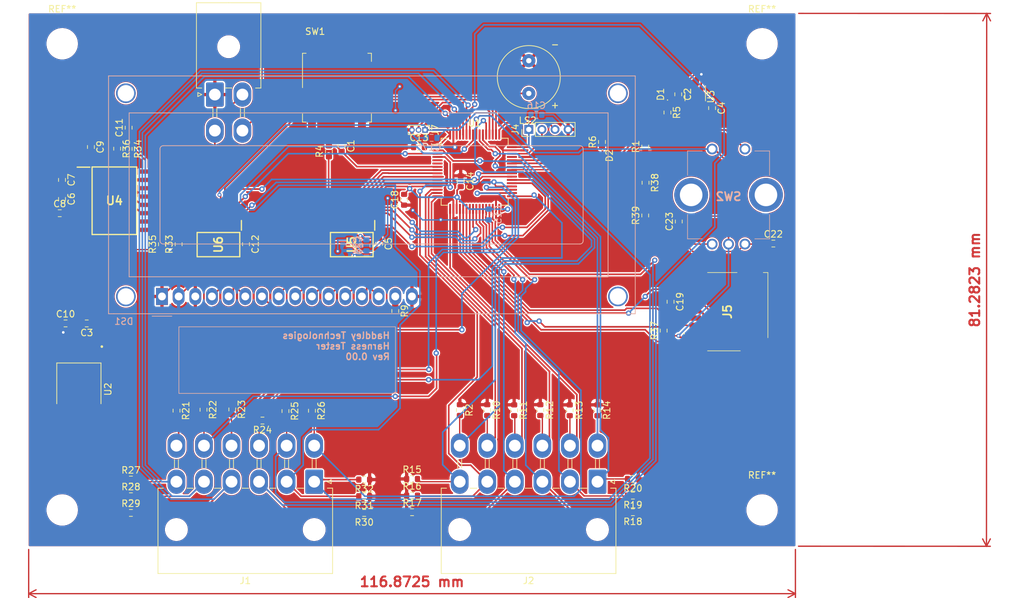
<source format=kicad_pcb>
(kicad_pcb (version 20221018) (generator pcbnew)
  (layers (0 "F.Cu" signal) (31 "B.Cu" signal) (34 "B.Paste" user) (35 "F.Paste" user) (36 "B.SilkS" user "B.Silkscreen") (37 "F.SilkS" user "F.Silkscreen") (38 "B.Mask" user) (39 "F.Mask" user) (44 "Edge.Cuts" user))
  (net 0 "")
  (net 1 "GND")
  (net 2 "Net-(U1-NRST)")
  (net 3 "+12V")
  (net 4 "+5V")
  (net 5 "+3.3V")
  (net 6 "Net-(U1-PC7)")
  (net 7 "Enc+")
  (net 8 "Net-(D1-K)")
  (net 9 "Net-(D2-K)")
  (net 10 "Enc-")
  (net 11 "Button")
  (net 12 "Net-(DS1-LED(+))")
  (net 13 "Out6")
  (net 14 "Net-(U1-PC6)")
  (net 15 "Net-(U1-PC5)")
  (net 16 "XIn")
  (net 17 "XOut")
  (net 18 "Net-(DS1-D0)")
  (net 19 "Net-(DS1-D1)")
  (net 20 "Net-(DS1-D2)")
  (net 21 "Net-(DS1-D3)")
  (net 22 "Out8")
  (net 23 "Out7")
  (net 24 "Out1")
  (net 25 "Out3")
  (net 26 "Net-(J5-CLK)")
  (net 27 "Net-(J5-DAT0)")
  (net 28 "Net-(J5-CMD)")
  (net 29 "Net-(DS1-D4)")
  (net 30 "Net-(DS1-D5)")
  (net 31 "In1")
  (net 32 "In2")
  (net 33 "In3")
  (net 34 "In11")
  (net 35 "In12")
  (net 36 "Out12")
  (net 37 "Out11")
  (net 38 "Out10")
  (net 39 "Out9")
  (net 40 "Net-(DS1-D6)")
  (net 41 "Net-(DS1-D7)")
  (net 42 "Net-(U1-PC4)")
  (net 43 "Net-(U1-PC3)")
  (net 44 "HeartBeat")
  (net 46 "Net-(J4-Pin_2)")
  (net 47 "Net-(J4-Pin_3)")
  (net 48 "Net-(U1-PA15)")
  (net 49 "Net-(U1-PC2)")
  (net 50 "Out4")
  (net 51 "Out5")
  (net 52 "Out2")
  (net 53 "In4")
  (net 54 "In5")
  (net 55 "In6")
  (net 56 "In7")
  (net 57 "In8")
  (net 58 "Net-(U1-PC1)")
  (net 59 "In9")
  (net 60 "In10")
  (net 65 "Net-(U1-PC0)")
  (net 66 "R1OutA")
  (net 67 "T1InA")
  (net 68 "rwA")
  (net 69 "EA")
  (net 70 "RSA")
  (net 71 "RSB")
  (net 72 "EB")
  (net 73 "rwB")
  (net 74 "T1InB")
  (net 75 "R1OutB")
  (net 76 "Net-(U4-C2+)")
  (net 77 "Net-(U4-C2-)")
  (net 78 "Net-(U4-C1+)")
  (net 79 "Net-(U4-C1-)")
  (net 80 "Net-(U4-VS-)")
  (net 81 "Net-(U4-VS+)")
  (net 82 "cs1")
  (net 83 "Boot0")
  (net 84 "232Out2")
  (net 85 "232In2")
  (net 86 "R2OutB")
  (net 87 "T2InB")
  (net 88 "232In1")
  (net 89 "232Out1")
  (footprint "Resistor_SMD:R_0603_1608Metric" (layer "F.Cu") (at 101.912526 122.37)
    (fp_text reference "R27")
    (fp_text value "10k")
  )
  (footprint "Resistor_SMD:R_0603_1608Metric" (layer "F.Cu") (at 91.407526 76.65 -90)
    (fp_text reference "C7")
    (fp_text value "1uf")
  )
  (footprint "Resistor_SMD:R_0603_1608Metric" (layer "F.Cu") (at 101.912526 124.91)
    (fp_text reference "R28")
    (fp_text value "10k")
  )
  (footprint "Resistor_SMD:R_0603_1608Metric" (layer "F.Cu") (at 95.813993 71.631579 -90)
    (fp_text reference "C9")
    (fp_text value "1uf")
  )
  (footprint "Connector_Molex:Molex_Mini-Fit_Jr_5569-12A2_2x06_P4.20mm_Horizontal" (layer "F.Cu") (at 129.847526 122.69 180)
    (fp_text reference "J1")
    (fp_text value "I/O B")
  )
  (footprint "Resistor_SMD:R_0603_1608Metric" (layer "F.Cu") (at 173.716751 70.861838 90)
    (fp_text reference "R6")
    (fp_text value "470")
  )
  (footprint "Resistor_SMD:R_0603_1608Metric" (layer "F.Cu") (at 139.746807 86.396912 -90)
    (fp_text reference "C5")
    (fp_text value "100uf")
  )
  (footprint "Resistor_SMD:R_0603_1608Metric" (layer "F.Cu") (at 180.356604 77.082473 -90)
    (fp_text reference "R38")
    (fp_text value "10k")
  )
  (footprint "Connector_PinHeader_2.00mm:PinHeader_1x04_P2.00mm_Vertical" (layer "F.Cu") (at 162.56 68.953614 90)
    (fp_text reference "J4")
    (fp_text value "SWD")
  )
  (footprint "Resistor_SMD:R_0603_1608Metric" (layer "F.Cu") (at 178.427526 124.81 180)
    (fp_text reference "R19")
    (fp_text value "10k")
  )
  (footprint "LED_SMD:LED_0201_0603Metric" (layer "F.Cu") (at 173.798169 72.939118 -90)
    (fp_text reference "D2")
    (fp_text value "LED")
  )
  (footprint "MountingHole:MountingHole_4.3mm_M4" (layer "F.Cu") (at 198.12 55.88)
    (fp_text reference "REF**")
    (fp_text value "MountingHole_4.3mm_M4")
  )
  (footprint "LED_SMD:LED_0201_0603Metric" (layer "F.Cu") (at 183.70721 63.600463 90)
    (fp_text reference "D1")
    (fp_text value "LED")
  )
  (footprint "Resistor_SMD:R_0603_1608Metric" (layer "F.Cu") (at 173.027526 111.79 -90)
    (fp_text reference "R14")
    (fp_text value "10k")
  )
  (footprint "Resistor_SMD:R_0603_1608Metric" (layer "F.Cu") (at 178.427526 127.35 180)
    (fp_text reference "R18")
    (fp_text value "10k")
  )
  (footprint "Max232:SOIC127P1032X265-16N" (layer "F.Cu") (at 99.395526 79.825)
    (fp_text reference "U4")
    (fp_text value "MAX232" hide)
  )
  (footprint "Resistor_SMD:R_0603_1608Metric" (layer "F.Cu") (at 129.507526 111.865 -90)
    (fp_text reference "R26")
    (fp_text value "10k")
  )
  (footprint "Resistor_SMD:R_0603_1608Metric" (layer "F.Cu") (at 95.179526 98.545 180)
    (fp_text reference "C3")
    (fp_text value "100uf")
  )
  (footprint "CMI-9605IC-0380T:CUI_CMI-9605IC-0380T" (layer "F.Cu") (at 162.56 60.96 180)
    (fp_text reference "LS2")
    (fp_text value "CMI-9605IC-0380T")
  )
  (footprint "DM3D:DM3DSF" (layer "F.Cu") (at 193.277526 96.755 -90)
    (fp_text reference "J5")
    (fp_text value "Micro_SD_Card" hide)
  )
  (footprint "Package_QFP:LQFP-64_10x10mm_P0.5mm" (layer "F.Cu") (at 154.312526 75.4)
    (fp_text reference "U1")
    (fp_text value "STM32F103RETx")
  )
  (footprint "Resistor_SMD:R_0603_1608Metric" (layer "F.Cu") (at 108.865377 111.849731 -90)
    (fp_text reference "R21")
    (fp_text value "10k")
  )
  (footprint "Resistor_SMD:R_0603_1608Metric" (layer "F.Cu") (at 199.835 86.36)
    (fp_text reference "C22")
    (fp_text value "10uf")
  )
  (footprint "Resistor_SMD:R_0603_1608Metric" (layer "F.Cu") (at 101.567526 68.685 90)
    (fp_text reference "C11")
    (fp_text value "100uf")
  )
  (footprint "Resistor_SMD:R_0603_1608Metric" (layer "F.Cu") (at 152.1797 76.85078 -90)
    (fp_text reference "C14")
    (fp_text value "100uf")
  )
  (footprint "Resistor_SMD:R_0603_1608Metric" (layer "F.Cu") (at 156.22212 111.765 -90)
    (fp_text reference "R10")
    (fp_text value "10k")
  )
  (footprint "Resistor_SMD:R_0603_1608Metric" (layer "F.Cu") (at 190.5 65.695 -90)
    (fp_text reference "C4")
    (fp_text value "100uf")
  )
  (footprint "Resistor_SMD:R_0603_1608Metric" (layer "F.Cu") (at 160.327526 111.79 -90)
    (fp_text reference "R11")
    (fp_text value "10k")
  )
  (footprint "Connector_PinHeader_1.00mm:PinHeader_1x03_P1.00mm_Vertical" (layer "F.Cu") (at 146.747526 69.03 -90)
    (fp_text reference "J7")
    (fp_text value "Boot")
  )
  (footprint "Resistor_SMD:R_0603_1608Metric" (layer "F.Cu") (at 99.814683 71.89 -90)
    (fp_text reference "R36")
    (fp_text value "10k")
  )
  (footprint "Resistor_SMD:R_0603_1608Metric" (layer "F.Cu") (at 168.79499 111.792393 -90)
    (fp_text reference "R13")
    (fp_text value "10k")
  )
  (footprint "Resistor_SMD:R_0603_1608Metric" (layer "F.Cu") (at 112.98041 111.711205 -90)
    (fp_text reference "R22")
    (fp_text value "10k")
  )
  (footprint "Connector_Molex:Molex_Mini-Fit_Jr_5569-04A2_2x02_P4.20mm_Horizontal" (layer "F.Cu") (at 114.707526 63.63)
    (fp_text reference "J3" hide)
    (fp_text value "Power")
  )
  (footprint "Resistor_SMD:R_0603_1608Metric" (layer "F.Cu") (at 144.767526 122.27)
    (fp_text reference "R15")
    (fp_text value "10k")
  )
  (footprint "Resistor_SMD:R_0603_1608Metric" (layer "F.Cu") (at 144.767526 124.81)
    (fp_text reference "R16")
    (fp_text value "10k")
  )
  (footprint "Resistor_SMD:R_0603_1608Metric" (layer "F.Cu") (at 183.117526 99.64 90)
    (fp_text reference "R37")
    (fp_text value "10k")
  )
  (footprint "Resistor_SMD:R_0603_1608Metric" (layer "F.Cu") (at 180.307526 71.57 90)
    (fp_text reference "R1")
    (fp_text value "10k")
  )
  (footprint "Resistor_SMD:R_0603_1608Metric" (layer "F.Cu") (at 185.338425 63.59151 -90)
    (fp_text reference "C2")
    (fp_text value "100uf")
  )
  (footprint "Resistor_SMD:R_0603_1608Metric" (layer "F.Cu") (at 109.187526 86.465 90)
    (fp_text reference "R33")
    (fp_text value "10k")
  )
  (footprint "Resistor_SMD:R_0603_1608Metric" (layer "F.Cu") (at 183.691208 66.368751 -90)
    (fp_text reference "R5")
    (fp_text value "470")
  )
  (footprint "Package_TO_SOT_SMD:SOT-23" (layer "F.Cu") (at 187.927526 63.95 -90)
    (fp_text reference "U3")
    (fp_text value "3.3v Regulator")
  )
  (footprint "TXB0108PWR:SOP65P640X120-20N" (layer "F.Cu") (at 115.255983 86.521558 -90)
    (fp_text reference "U6")
    (fp_text value "TXB0108" hide)
  )
  (footprint "MountingHole:MountingHole_4.3mm_M4" (layer "F.Cu") (at 198.12 127)
    (fp_text reference "REF**")
    (fp_text value "MountingHole_4.3mm_M4")
  )
  (footprint "Resistor_SMD:R_0603_1608Metric" (layer "F.Cu") (at 106.647526 86.465 90)
    (fp_text reference "R35")
    (fp_text value "10k")
  )
  (footprint "Resistor_SMD:R_0603_1608Metric" (layer "F.Cu") (at 180.307526 82.075 90)
    (fp_text reference "R39")
    (fp_text value "10k")
  )
  (footprint "TXB0108PWR:SOP65P640X120-20N" (layer "F.Cu") (at 135.575983 86.521558 -90)
    (fp_text reference "U5")
    (fp_text value "TXB0108" hide)
  )
  (footprint "Resistor_SMD:R_0603_1608Metric" (layer "F.Cu") (at 145.825138 71.651506)
    (fp_text reference "C13")
    (fp_text value "100uf")
  )
  (footprint "Resistor_SMD:R_0603_1608Metric" (layer "F.Cu") (at 117.365506 111.663017 -90)
    (fp_text reference "R23")
    (fp_text value "10k")
  )
  (footprint "Resistor_SMD:R_0603_1608Metric" (layer "F.Cu") (at 121.962766 113.360135 180)
    (fp_text reference "R24")
    (fp_text value "10k")
  )
  (footprint "Resistor_SMD:R_0603_1608Metric" (layer "F.Cu") (at 137.472526 122.37 180)
    (fp_text reference "R32")
    (fp_text value "10k")
  )
  (footprint "Resistor_SMD:R_0603_1608Metric" (layer "F.Cu") (at 101.567526 71.915 -90)
    (fp_text reference "R34")
    (fp_text value "10k")
  )
  (footprint "Resistor_SMD:R_0603_1608Metric" (layer "F.Cu") (at 137.472526 124.91 180)
    (fp_text reference "R31")
    (fp_text value "10k")
  )
  (footprint "Resistor_SMD:R_0603_1608Metric" (layer "F.Cu") (at 185.42 82.995 90)
    (fp_text reference "C23")
    (fp_text value "10uf")
  )
  (footprint "Resistor_SMD:R_0603_1608Metric" (layer "F.Cu") (at 91.406589 79.558973 -90)
    (fp_text reference "C6")
    (fp_text value "1uf")
  )
  (footprint "Button_Switch_SMD:SW_MEC_5GSH9" (layer "F.Cu") (at 133.317526 62.58)
    (fp_text reference "SW1")
    (fp_text value "SW_MEC_5G")
  )
  (footprint "MountingHole:MountingHole_4.3mm_M4" (layer "F.Cu") (at 91.44 55.88)
    (fp_text reference "REF**")
    (fp_text value "MountingHole_4.3mm_M4")
  )
  (footprint "Resistor_SMD:R_0603_1608Metric" (layer "F.Cu") (at 125.466645 111.912232 -90)
    (fp_text reference "R25")
    (fp_text value "10k")
  )
  (footprint "Resistor_SMD:R_0603_1608Metric" (layer "F.Cu") (at 164.313828 111.765 -90)
    (fp_text reference "R12")
    (fp_text value "10k")
  )
  (footprint "Resistor_SMD:R_0603_1608Metric" (layer "F.Cu") (at 137.472526 127.45 180)
    (fp_text reference "R30")
    (fp_text value "10k")
  )
  (footprint "" (layer "F.Cu") (at 91.44 127)
    (fp_text reference "")
    (fp_text value "")
  )
  (footprint "Resistor_SMD:R_0603_1608Metric" (layer "F.Cu") (at 152.056502 111.765 -90)
    (fp_text reference "R2")
    (fp_text value "10k")
  )
  (footprint "Connector_Molex:Molex_Mini-Fit_Jr_5569-12A2_2x06_P4.20mm_Horizontal" (layer "F.Cu") (at 173.027526 122.69 180)
    (fp_text reference "J2")
    (fp_text value "I/O A")
  )
  (footprint "Resistor_SMD:R_0603_1608Metric" (layer "F.Cu") (at 91.062526 81.73)
    (fp_text reference "C8")
    (fp_text value "1uf")
  )
  (footprint "Resistor_SMD:R_0603_1608Metric" (layer "F.Cu") (at 134.028455 71.474793 -90)
    (fp_text reference "C1")
    (fp_text value "10uf")
  )
  (footprint "Resistor_SMD:R_0603_1608Metric" (layer "F.Cu") (at 143.559707 79.673897 90)
    (fp_text reference "C18")
    (fp_text value "100uf")
  )
  (footprint "Resistor_SMD:R_0603_1608Metric" (layer "F.Cu") (at 91.949526 98.545)
    (fp_text reference "C10")
    (fp_text value "100uf")
  )
  (footprint "Resistor_SMD:R_0603_1608Metric" (layer "F.Cu") (at 119.451063 86.45791 -90)
    (fp_text reference "C12")
    (fp_text value "100uf")
  )
  (footprint "TLE42744DV50ATMA1:DPAK229P994X241-3N" (layer "F.Cu") (at 93.98 106.68 -90)
    (fp_text reference "U2")
    (fp_text value "5v regulator")
  )
  (footprint "Resistor_SMD:R_0603_1608Metric" (layer "F.Cu") (at 142.207526 96.65 -90)
    (fp_text reference "R9")
    (fp_text value "470")
  )
  (footprint "Resistor_SMD:R_0603_1608Metric" (layer "F.Cu") (at 101.912526 127.45)
    (fp_text reference "R29")
    (fp_text value "10k")
  )
  (footprint "Resistor_SMD:R_0603_1608Metric" (layer "F.Cu") (at 144.767526 127.35)
    (fp_text reference "R17")
    (fp_text value "10k")
  )
  (footprint "Resistor_SMD:R_0603_1608Metric" (layer "F.Cu") (at 132.090476 72.288885 90)
    (fp_text reference "R4")
    (fp_text value "10k")
  )
  (footprint "Resistor_SMD:R_0603_1608Metric" (layer "F.Cu") (at 178.427526 122.27 180)
    (fp_text reference "R20")
    (fp_text value "10k")
  )
  (footprint "Resistor_SMD:R_0603_1608Metric" (layer "F.Cu") (at 184.169523 95.240089 -90)
    (fp_text reference "C19")
    (fp_text value "100uf")
  )
  (footprint "Display:WC1602A" (layer "B.Cu") (at 106.647526 94.43)
    (fp_text reference "DS1")
    (fp_text value "LCD" hide)
  )
  (footprint "Resistor_SMD:R_0603_1608Metric" (layer "B.Cu") (at 147.748754 70.234736)
    (fp_text reference "C17")
    (fp_text value "100uf")
  )
  (footprint "Resistor_SMD:R_0603_1608Metric" (layer "B.Cu") (at 137.80581 86.654209 -90)
    (fp_text reference "C21")
    (fp_text value "100uf")
  )
  (footprint "Resistor_SMD:R_0603_1608Metric" (layer "B.Cu") (at 156.448634 81.929618 90)
    (fp_text reference "C15")
    (fp_text value "100uf")
  )
  (footprint "Encoder:PEC11R4220FS0024" (layer "B.Cu") (at 195.507526 71.94 180)
    (fp_text reference "SW2")
    (fp_text value "RoterySwitch" hide)
  )
  (footprint "Resistor_SMD:R_0603_1608Metric" (layer "B.Cu") (at 135.24599 86.621768 90)
    (fp_text reference "C20")
    (fp_text value "100uf")
  )
  (footprint "Resistor_SMD:R_0603_1608Metric" (layer "B.Cu") (at 163.711016 66.719727 180)
    (fp_text reference "C16")
    (fp_text value "100uf")
  )
  (gr_text_box "Haddley Technologies\nHarness Tester\nRev 0.00" (start 109.22 99.06) (end 142.24 109.22) (layer "B.SilkS") (effects (font (size 1 1) (thickness 0.2) bold) (justify left top mirror)) (stroke (width 0.1)))
  (dimension (type aligned) (layer "F.Cu") (pts (xy 203.167526 132.53) (xy 203.2 51.247753)) (height 29.153838) (gr_text "81.2823 mm" (at 230.537599 91.899805 89.97710911) (layer "F.Cu") (effects (font (size 1.5 1.5) (thickness 0.3)))) (format (prefix "") (suffix "") (units 3) (units_format 1) (precision 4)) (style (thickness 0.2) (arrow_length 1.27) (text_position_mode 0) (extension_height 0.58642) (extension_offset 0.5) keep_text_aligned))
  (dimension (type aligned) (layer "F.Cu") (pts (xy 203.2 132.527753) (xy 86.327526 132.53)) (height -7.239377) (gr_text "116.8725 mm" (at 144.763867 137.968254 0.00110206371) (layer "F.Cu") (effects (font (size 1.5 1.5) (thickness 0.3)))) (format (prefix "") (suffix "") (units 3) (units_format 1) (precision 4)) (style (thickness 0.2) (arrow_length 1.27) (text_position_mode 0) (extension_height 0.58642) (extension_offset 0.5) keep_text_aligned))
  (segment (start 135.250983 83.583558) (end 135.250983 82.623266) (width 0.25) (layer "F.Cu") (net 1))
  (segment (start 132.482404 87.544369) (end 131.748035 86.81) (width 0.25) (layer "F.Cu") (net 1))
  (segment (start 133.415363 87.544369) (end 132.482404 87.544369) (width 0.25) (layer "F.Cu") (net 1))
  (segment (start 114.930983 84.532133) (end 114.930983 83.583558) (width 0.25) (layer "F.Cu") (net 1))
  (segment (start 134.323294 87.544369) (end 133.461223 87.544369) (width 0.25) (layer "F.Cu") (net 1))
  (segment (start 135.250983 84.571058) (end 137.901837 87.221912) (width 0.25) (layer "F.Cu") (net 1))
  (segment (start 119.451063 86.77791) (end 117.17676 86.77791) (width 0.25) (layer "F.Cu") (net 1))
  (segment (start 114.930983 89.459558) (end 114.930983 90.447058) (width 0.25) (layer "F.Cu") (net 1))
  (segment (start 133.438293 87.521439) (end 133.415363 87.544369) (width 0.25) (layer "F.Cu") (net 1))
  (segment (start 131.748035 86.81) (end 119.347526 86.81) (width 0.25) (layer "F.Cu") (net 1))
  (segment (start 157.562526 81.075) (end 157.562526 80.234315) (width 0.25) (layer "F.Cu") (net 1))
  (segment (start 184.169523 94.415089) (end 184.184434 94.43) (width 0.2) (layer "F.Cu") (net 1))
  (segment (start 142.502683 79.441873) (end 141.054397 79.441873) (width 0.2) (layer "F.Cu") (net 1))
  (segment (start 142.883979 62.399974) (end 146.823953 58.46) (width 0.2) (layer "F.Cu") (net 1))
  (segment (start 133.461223 87.544369) (end 133.438293 87.521439) (width 0.25) (layer "F.Cu") (net 1))
  (segment (start 184.184434 94.43) (end 187.927526 94.43) (width 0.5) (layer "F.Cu") (net 1))
  (segment (start 135.250983 83.583558) (end 135.250983 84.571058) (width 0.25) (layer "F.Cu") (net 1))
  (segment (start 135.250983 88.472058) (end 134.323294 87.544369) (width 0.25) (layer "F.Cu") (net 1))
  (segment (start 137.901837 87.221912) (end 139.746807 87.221912) (width 0.25) (layer "F.Cu") (net 1))
  (segment (start 146.823953 58.46) (end 162.56 58.46) (width 0.2) (layer "F.Cu") (net 1))
  (segment (start 140.724249 77.15) (end 148.637526 77.15) (width 0.25) (layer "F.Cu") (net 1))
  (segment (start 114.930983 90.447058) (end 114.297023 91.081018) (width 0.25) (layer "F.Cu") (net 1))
  (segment (start 114.297023 91.081018) (end 109.996508 91.081018) (width 0.25) (layer "F.Cu") (net 1))
  (segment (start 109.996508 91.081018) (end 106.647526 94.43) (width 0.25) (layer "F.Cu") (net 1))
  (segment (start 149.478211 77.15) (end 148.637526 77.15) (width 0.25) (layer "F.Cu") (net 1))
  (segment (start 117.17676 86.77791) (end 114.930983 84.532133) (width 0.25) (layer "F.Cu") (net 1))
  (segment (start 135.250983 89.459558) (end 135.250983 88.472058) (width 0.25) (layer "F.Cu") (net 1))
  (segment (start 143.559707 80.498897) (end 142.502683 79.441873) (width 0.2) (layer "F.Cu") (net 1))
  (segment (start 135.250983 82.623266) (end 140.724249 77.15) (width 0.25) (layer "F.Cu") (net 1))
  (via (at 151.284492 71.657277) (size 0.8) (drill 0.4) (layers "F.Cu" "B.Cu") (net 1))
  (via (at 133.438293 87.521439) (size 0.6) (drill 0.3) (layers "F.Cu" "B.Cu") (net 1))
  (via (at 144.885672 81.279999) (size 0.6) (drill 0.3) (layers "F.Cu" "B.Cu") (net 1))
  (via (at 149.137722 82.719496) (size 0.6) (drill 0.3) (layers "F.Cu" "B.Cu") (net 1))
  (via (at 142.24 66.04) (size 0.6) (drill 0.3) (layers "F.Cu" "B.Cu") (net 1))
  (via (at 141.054397 79.441873) (size 0.6) (drill 0.3) (layers "F.Cu" "B.Cu") (net 1))
  (via (at 142.883979 62.399974) (size 0.6) (drill 0.3) (layers "F.Cu" "B.Cu") (net 1))
  (segment (start 151.284492 71.657277) (end 146.773763 71.657277) (width 0.25) (layer "B.Cu") (net 1))
  (segment (start 164.536016 66.719727) (end 166.326113 66.719727) (width 0.2) (layer "B.Cu") (net 1))
  (segment (start 144.885672 81.279999) (end 146.360291 82.754618) (width 0.2) (layer "B.Cu") (net 1))
  (segment (start 141.054397 85.005603) (end 141.054397 79.441873) (width 0.2) (layer "B.Cu") (net 1))
  (segment (start 142.24 63.043953) (end 142.24 66.04) (width 0.2) (layer "B.Cu") (net 1))
  (segment (start 166.326113 66.719727) (end 168.56 68.953614) (width 0.2) (layer "B.Cu") (net 1))
  (segment (start 149.1026 82.754618) (end 149.137722 82.719496) (width 0.2) (layer "B.Cu") (net 1))
  (segment (start 149.172844 82.754618) (end 156.448634 82.754618) (width 0.2) (layer "B.Cu") (net 1))
  (segment (start 145.351222 70.234736) (end 144.747526 69.63104) (width 0.2) (layer "B.Cu") (net 1))
  (segment (start 138.580791 87.479209) (end 141.054397 85.005603) (width 0.2) (layer "B.Cu") (net 1))
  (segment (start 135.24599 85.796768) (end 136.928431 87.479209) (width 0.2) (layer "B.Cu") (net 1))
  (segment (start 146.360291 82.754618) (end 149.1026 82.754618) (width 0.2) (layer "B.Cu") (net 1))
  (segment (start 133.438293 87.521439) (end 133.438293 85.796768) (width 0.25) (layer "B.Cu") (net 1))
  (segment (start 133.438293 85.796768) (end 135.24599 85.796768) (width 0.25) (layer "B.Cu") (net 1))
  (segment (start 141.054397 79.441873) (end 141.054397 79.508312) (width 0.2) (layer "B.Cu") (net 1))
  (segment (start 144.747526 69.63104) (end 144.747526 69.03) (width 0.25) (layer "B.Cu") (net 1))
  (segment (start 149.137722 82.719496) (end 149.172844 82.754618) (width 0.2) (layer "B.Cu") (net 1))
  (segment (start 137.80581 87.479209) (end 138.580791 87.479209) (width 0.2) (layer "B.Cu") (net 1))
  (segment (start 146.923754 70.234736) (end 145.351222 70.234736) (width 0.2) (layer "B.Cu") (net 1))
  (segment (start 146.773763 71.657277) (end 144.747526 69.63104) (width 0.25) (layer "B.Cu") (net 1))
  (segment (start 142.883979 62.399974) (end 142.24 63.043953) (width 0.2) (layer "B.Cu") (net 1))
  (segment (start 136.928431 87.479209) (end 137.80581 87.479209) (width 0.2) (layer "B.Cu") (net 1))
  (segment (start 134.028455 72.299793) (end 136.353662 74.625) (width 0.25) (layer "F.Cu") (net 2))
  (segment (start 129.507526 68.880935) (end 132.090476 71.463885) (width 0.25) (layer "F.Cu") (net 2))
  (segment (start 133.192547 71.463885) (end 134.028455 72.299793) (width 0.25) (layer "F.Cu") (net 2))
  (segment (start 132.090476 71.463885) (end 133.192547 71.463885) (width 0.25) (layer "F.Cu") (net 2))
  (segment (start 136.353662 74.625) (end 148.612526 74.625) (width 0.25) (layer "F.Cu") (net 2))
  (segment (start 129.507526 69.385935) (end 129.507526 68.83) (width 0.25) (layer "F.Cu") (net 2))
  (segment (start 129.507526 68.83) (end 129.507526 68.880935) (width 0.25) (layer "F.Cu") (net 2))
  (segment (start 148.612526 74.625) (end 148.637526 74.65) (width 0.25) (layer "F.Cu") (net 2))
  (segment (start 134.322386 71.968885) (end 134.326615 71.964656) (width 0.25) (layer "F.Cu") (net 2))
  (segment (start 96.004526 98.545) (end 96.27 98.810474) (width 0.2) (layer "F.Cu") (net 3))
  (segment (start 97.012526 72.088959) (end 110.231485 58.87) (width 0.25) (layer "F.Cu") (net 3))
  (segment (start 96.302503 98.545) (end 97.012526 97.834977) (width 0.2) (layer "F.Cu") (net 3))
  (segment (start 96.27 98.577503) (end 96.212852 98.520355) (width 0.25) (layer "F.Cu") (net 3))
  (segment (start 110.231485 58.87) (end 121.887526 58.87) (width 0.25) (layer "F.Cu") (net 3))
  (segment (start 96.004526 98.545) (end 96.302503 98.545) (width 0.2) (layer "F.Cu") (net 3))
  (segment (start 121.887526 58.87) (end 121.887526 66.15) (width 0.25) (layer "F.Cu") (net 3))
  (segment (start 97.012526 97.834977) (end 97.012526 72.088959) (width 0.25) (layer "F.Cu") (net 3))
  (segment (start 96.27 98.810474) (end 96.27 102.46) (width 0.2) (layer "F.Cu") (net 3))
  (segment (start 121.887526 66.15) (end 118.907526 69.13) (width 0.25) (layer "F.Cu") (net 3))
  (segment (start 98.507993 84.708964) (end 98.49636 84.697331) (width 0.2) (layer "F.Cu") (net 4))
  (segment (start 99.814683 71.065) (end 101.542526 71.065) (width 0.2) (layer "F.Cu") (net 4))
  (segment (start 91.69 102.46) (end 91.69 100.000365) (width 0.25) (layer "F.Cu") (net 4))
  (segment (start 99.99 87.29) (end 98.507993 85.807993) (width 0.2) (layer "F.Cu") (net 4))
  (segment (start 101.542526 71.065) (end 101.567526 71.09) (width 0.2) (layer "F.Cu") (net 4))
  (segment (start 91.124526 99.434891) (end 91.601034 99.911399) (width 0.2) (layer "F.Cu") (net 4))
  (segment (start 188.846267 62.981241) (end 188.846267 60.558093) (width 0.25) (layer "F.Cu") (net 4))
  (segment (start 91.629526 99.882907) (end 91.601034 99.911399) (width 0.25) (layer "F.Cu") (net 4))
  (segment (start 139.667526 96.97) (end 114.675114 96.97) (width 0.25) (layer "F.Cu") (net 4))
  (segment (start 98.49636 72.383323) (end 99.814683 71.065) (width 0.2) (layer "F.Cu") (net 4))
  (segment (start 91.124526 98.545) (end 91.124526 99.434891) (width 0.2) (layer "F.Cu") (net 4))
  (segment (start 104.107526 73.63) (end 101.567526 71.09) (width 0.25) (layer "F.Cu") (net 4))
  (segment (start 115.580983 90.576543) (end 115.580983 89.459558) (width 0.25) (layer "F.Cu") (net 4))
  (segment (start 91.629526 102.399526) (end 91.69 102.46) (width 0.25) (layer "F.Cu") (net 4))
  (segment (start 91.69 100.000365) (end 91.601034 99.911399) (width 0.25) (layer "F.Cu") (net 4))
  (segment (start 139.050983 88.397058) (end 140.892526 90.238601) (width 0.25) (layer "F.Cu") (net 4))
  (segment (start 106.647526 87.29) (end 109.187526 87.29) (width 0.2) (layer "F.Cu") (net 4))
  (segment (start 136.000983 90.335662) (end 136.000983 88.397058) (width 0.25) (layer "F.Cu") (net 4))
  (segment (start 109.187526 94.43) (end 111.727526 91.89) (width 0.25) (layer "F.Cu") (net 4))
  (segment (start 98.49636 84.697331) (end 98.49636 72.383323) (width 0.2) (layer "F.Cu") (net 4))
  (segment (start 135.900983 90.435662) (end 136.000983 90.335662) (width 0.25) (layer "F.Cu") (net 4))
  (segment (start 188.846267 60.558093) (end 188.863305 60.541055) (width 0.25) (layer "F.Cu") (net 4))
  (segment (start 104.107526 75.38) (end 104.107526 73.63) (width 0.25) (layer "F.Cu") (net 4))
  (segment (start 140.892526 90.238601) (end 140.892526 95.745) (width 0.25) (layer "F.Cu") (net 4))
  (segment (start 113.042526 95.337412) (end 113.042526 91.907667) (width 0.25) (layer "F.Cu") (net 4))
  (segment (start 114.675114 96.97) (end 113.042526 95.337412) (width 0.25) (layer "F.Cu") (net 4))
  (segment (start 106.647526 87.29) (end 99.99 87.29) (width 0.2) (layer "F.Cu") (net 4))
  (segment (start 101.567526 69.51) (end 101.567526 71.09) (width 0.2) (layer "F.Cu") (net 4))
  (segment (start 142.207526 96.97) (end 139.667526 96.97) (width 0.25) (layer "F.Cu") (net 4))
  (segment (start 111.727526 91.89) (end 114.267526 91.89) (width 0.25) (layer "F.Cu") (net 4))
  (segment (start 188.877526 63.0125) (end 188.846267 62.981241) (width 0.25) (layer "F.Cu") (net 4))
  (segment (start 136.04439 88.248176) (end 139.050983 88.397058) (width 0.25) (layer "F.Cu") (net 4))
  (segment (start 140.892526 95.745) (end 139.667526 96.97) (width 0.25) (layer "F.Cu") (net 4))
  (segment (start 107.901126 87.277921) (end 107.901126 87.020792) (width 0.25) (layer "F.Cu") (net 4))
  (segment (start 135.900983 89.459558) (end 135.900983 90.435662) (width 0.25) (layer "F.Cu") (net 4))
  (segment (start 113.042526 91.907667) (end 113.060193 91.89) (width 0.25) (layer "F.Cu") (net 4))
  (segment (start 136.000983 88.397058) (end 136.04439 88.248176) (width 0.25) (layer "F.Cu") (net 4))
  (segment (start 98.507993 85.807993) (end 98.507993 84.708964) (width 0.2) (layer "F.Cu") (net 4))
  (segment (start 109.162526 86.785) (end 109.187526 86.81) (width 0.25) (layer "F.Cu") (net 4))
  (segment (start 114.267526 91.89) (end 115.580983 90.576543) (width 0.25) (layer "F.Cu") (net 4))
  (segment (start 190.5 64.634974) (end 188.877526 63.0125) (width 0.25) (layer "F.Cu") (net 4))
  (via (at 136.04439 88.248176) (size 0.6) (drill 0.3) (layers "F.Cu" "B.Cu") (net 4))
  (via (at 188.863305 60.541055) (size 0.8) (drill 0.4) (layers "F.Cu" "B.Cu") (net 4))
  (via (at 91.601034 99.911399) (size 0.8) (drill 0.4) (layers "F.Cu" "B.Cu") (net 4))
  (via (at 107.901126 87.277921) (size 0.8) (drill 0.4) (layers "F.Cu" "B.Cu") (net 4))
  (segment (start 107.901126 87.277921) (end 109.187526 88.564321) (width 0.25) (layer "B.Cu") (net 4))
  (segment (start 135.24599 87.446768) (end 135.24599 87.449776) (width 0.2) (layer "B.Cu") (net 4))
  (segment (start 135.24599 87.449776) (end 136.04439 88.248176) (width 0.2) (layer "B.Cu") (net 4))
  (segment (start 109.187526 88.564321) (end 109.187526 94.43) (width 0.25) (layer "B.Cu") (net 4))
  (segment (start 193.007526 74.11) (end 190.467526 71.57) (width 0.25) (layer "F.Cu") (net 5))
  (segment (start 143.559707 78.818944) (end 144.398989 77.979662) (width 0.2) (layer "F.Cu") (net 5))
  (segment (start 132.047526 86.13791) (end 135.355731 86.13791) (width 0.25) (layer "F.Cu") (net 5))
  (segment (start 135.900983 83.583558) (end 135.900983 84.571058) (width 0.25) (layer "F.Cu") (net 5))
  (segment (start 158.062526 81.075) (end 158.46138 81.473854) (width 0.25) (layer "F.Cu") (net 5))
  (segment (start 158.46138 81.473854) (end 159.334728 81.112485) (width 0.25) (layer "F.Cu") (net 5))
  (segment (start 159.987526 71.65) (end 162.447526 71.65) (width 0.25) (layer "F.Cu") (net 5))
  (segment (start 185.338425 63.27151) (end 186.718516 63.27151) (width 0.25) (layer "F.Cu") (net 5))
  (segment (start 151.562526 81.075) (end 151.562526 79.358989) (width 0.25) (layer "F.Cu") (net 5))
  (segment (start 189.356055 59.816055) (end 189.955 60.415) (width 0.25) (layer "F.Cu") (net 5))
  (segment (start 132.047526 86.13791) (end 132.047526 72.756976) (width 0.25) (layer "F.Cu") (net 5))
  (segment (start 183.117526 100.465) (end 183.153422 100.429104) (width 0.2) (layer "F.Cu") (net 5))
  (segment (start 132.047526 86.13791) (end 119.451063 86.13791) (width 0.25) (layer "F.Cu") (net 5))
  (segment (start 188.563 59.816055) (end 189.356055 59.816055) (width 0.25) (layer "F.Cu") (net 5))
  (segment (start 185.329472 63.280463) (end 185.338425 63.27151) (width 0.25) (layer "F.Cu") (net 5))
  (segment (start 151.630332 79.291183) (end 151.562526 79.358989) (width 0.25) (layer "F.Cu") (net 5))
  (segment (start 140.546807 86.371912) (end 139.746807 85.571912) (width 0.25) (layer "F.Cu") (net 5))
  (segment (start 150.562526 69.725) (end 148.637526 71.65) (width 0.25) (layer "F.Cu") (net 5))
  (segment (start 199.01 82.17) (end 200.66 83.82) (width 0.2) (layer "F.Cu") (net 5))
  (segment (start 144.728651 77.65) (end 144.398989 77.979662) (width 0.25) (layer "F.Cu") (net 5))
  (segment (start 146.650138 71.651506) (end 148.63602 71.651506) (width 0.2) (layer "F.Cu") (net 5))
  (segment (start 151.630332 78.225148) (end 152.1797 77.67578) (width 0.25) (layer "F.Cu") (net 5))
  (segment (start 115.410333 78.930371) (end 115.580983 79.101021) (width 0.25) (layer "F.Cu") (net 5))
  (segment (start 137.164879 87.947058) (end 140.239123 87.947058) (width 0.25) (layer "F.Cu") (net 5))
  (segment (start 200.66 83.82) (end 200.66 86.36) (width 0.2) (layer "F.Cu") (net 5))
  (segment (start 149.867526 69.03) (end 150.562526 69.725) (width 0.25) (layer "F.Cu") (net 5))
  (segment (start 194.963872 74.11) (end 193.007526 74.11) (width 0.25) (layer "F.Cu") (net 5))
  (segment (start 148.63602 71.651506) (end 148.637526 71.65) (width 0.2) (layer "F.Cu") (net 5))
  (segment (start 189.955 60.415) (end 189.955 60.749952) (width 0.25) (layer "F.Cu") (net 5))
  (segment (start 184.734434 96.63) (end 187.927526 96.63) (width 0.2) (layer "F.Cu") (net 5))
  (segment (start 136.881246 85.175908) (end 137.27725 85.571912) (width 0.25) (layer "F.Cu") (net 5))
  (segment (start 136.505833 85.175908) (end 136.881246 85.175908) (width 0.25) (layer "F.Cu") (net 5))
  (segment (start 162.527526 71.57) (end 162.56 71.537526) (width 0.25) (layer "F.Cu") (net 5))
  (segment (start 162.56 71.537526) (end 162.56 68.953614) (width 0.25) (layer "F.Cu") (net 5))
  (segment (start 115.580983 79.101021) (end 115.580983 83.583558) (width 0.25) (layer "F.Cu") (net 5))
  (segment (start 144.069327 77.65) (end 140.860645 77.65) (width 0.25) (layer "F.Cu") (net 5))
  (segment (start 184.169523 96.065089) (end 184.734434 96.63) (width 0.2) (layer "F.Cu") (net 5))
  (segment (start 151.630332 79.291183) (end 151.630332 78.225148) (width 0.25) (layer "F.Cu") (net 5))
  (segment (start 140.239123 87.947058) (end 140.546807 87.639374) (width 0.25) (layer "F.Cu") (net 5))
  (segment (start 135.900983 84.571058) (end 136.505833 85.175908) (width 0.25) (layer "F.Cu") (net 5))
  (segment (start 140.860645 77.65) (end 135.900983 82.609662) (width 0.25) (layer "F.Cu") (net 5))
  (segment (start 185.591488 100.655) (end 189.127526 100.655) (width 0.25) (layer "F.Cu") (net 5))
  (segment (start 117.272835 86.13791) (end 115.580983 84.446058) (width 0.25) (layer "F.Cu") (net 5))
  (segment (start 137.27725 85.571912) (end 139.746807 85.571912) (width 0.25) (layer "F.Cu") (net 5))
  (segment (start 115.580983 84.446058) (end 115.580983 83.583558) (width 0.25) (layer "F.Cu") (net 5))
  (segment (start 183.70721 63.280463) (end 185.329472 63.280463) (width 0.25) (layer "F.Cu") (net 5))
  (segment (start 196.657526 72.416346) (end 194.963872 74.11) (width 0.25) (layer "F.Cu") (net 5))
  (segment (start 135.900983 82.609662) (end 135.900983 83.583558) (width 0.25) (layer "F.Cu") (net 5))
  (segment (start 185.365592 100.429104) (end 185.591488 100.655) (width 0.25) (layer "F.Cu") (net 5))
  (segment (start 186.718516 63.27151) (end 186.977526 63.0125) (width 0.25) (layer "F.Cu") (net 5))
  (segment (start 135.355731 86.13791) (end 137.164879 87.947058) (width 0.25) (layer "F.Cu") (net 5))
  (segment (start 143.559707 78.848897) (end 143.559707 78.818944) (width 0.2) (layer "F.Cu") (net 5))
  (segment (start 193.250048 64.045) (end 193.585 64.045) (width 0.25) (layer "F.Cu") (net 5))
  (segment (start 196.657526 67.117526) (end 196.657526 72.416346) (width 0.25) (layer "F.Cu") (net 5))
  (segment (start 193.585 64.045) (end 196.657526 67.117526) (width 0.25) (layer "F.Cu") (net 5))
  (segment (start 162.447526 71.65) (end 162.527526 71.57) (width 0.25) (layer "F.Cu") (net 5))
  (segment (start 189.127526 97.005) (end 188.752526 96.63) (width 0.25) (layer "F.Cu") (net 5))
  (segment (start 148.637526 77.65) (end 144.728651 77.65) (width 0.25) (layer "F.Cu") (net 5))
  (segment (start 146.747526 69.03) (end 149.867526 69.03) (width 0.25) (layer "F.Cu") (net 5))
  (segment (start 140.546807 87.639374) (end 140.546807 86.371912) (width 0.25) (layer "F.Cu") (net 5))
  (segment (start 186.977526 63.0125) (end 186.977526 61.401529) (width 0.25) (layer "F.Cu") (net 5))
  (segment (start 188.752526 96.63) (end 187.927526 96.63) (width 0.25) (layer "F.Cu") (net 5))
  (segment (start 189.127526 100.655) (end 189.127526 97.005) (width 0.25) (layer "F.Cu") (net 5))
  (segment (start 189.955 60.749952) (end 193.250048 64.045) (width 0.25) (layer "F.Cu") (net 5))
  (segment (start 119.451063 86.13791) (end 117.272835 86.13791) (width 0.25) (layer "F.Cu") (net 5))
  (segment (start 185.42 82.17) (end 199.01 82.17) (width 0.2) (layer "F.Cu") (net 5))
  (segment (start 144.398989 77.979662) (end 144.069327 77.65) (width 0.25) (layer "F.Cu") (net 5))
  (segment (start 186.977526 61.401529) (end 188.563 59.816055) (width 0.25) (layer "F.Cu") (net 5))
  (segment (start 183.153422 100.429104) (end 185.365592 100.429104) (width 0.2) (layer "F.Cu") (net 5))
  (segment (start 193.007526 86.44) (end 193.007526 74.11) (width 0.25) (layer "F.Cu") (net 5))
  (via (at 185.365592 100.429104) (size 0.6) (drill 0.3) (layers "F.Cu" "B.Cu") (net 5))
  (via (at 151.630332 79.291183) (size 0.8) (drill 0.4) (layers "F.Cu" "B.Cu") (net 5))
  (via (at 144.398989 77.979662) (size 0.8) (drill 0.4) (layers "F.Cu" "B.Cu") (net 5))
  (via (at 136.881246 85.175908) (size 0.6) (drill 0.3) (layers "F.Cu" "B.Cu") (net 5))
  (via (at 159.334728 81.112485) (size 0.8) (drill 0.4) (layers "F.Cu" "B.Cu") (net 5))
  (via (at 115.410333 78.930371) (size 0.6) (drill 0.3) (layers "F.Cu" "B.Cu") (net 5))
  (segment (start 157.380467 66.422941) (end 162.527526 71.57) (width 0.25) (layer "B.Cu") (net 5))
  (segment (start 151.630332 79.291183) (end 145.71051 79.291183) (width 0.25) (layer "B.Cu") (net 5))
  (segment (start 146.747526 68.355) (end 146.747526 69.03) (width 0.25) (layer "B.Cu") (net 5))
  (segment (start 146.747526 69.03) (end 149.86 69.03) (width 0.25) (layer "B.Cu") (net 5))
  (segment (start 154.49571 66.422941) (end 157.380467 66.422941) (width 0.25) (layer "B.Cu") (net 5))
  (segment (start 185.365592 100.429104) (end 193.007526 92.78717) (width 0.25) (layer "B.Cu") (net 5))
  (segment (start 137.152509 85.175908) (end 137.80581 85.829209) (width 0.25) (layer "B.Cu") (net 5))
  (segment (start 162.527526 71.57) (end 162.56 71.537526) (width 0.25) (layer "B.Cu") (net 5))
  (segment (start 162.886016 66.719727) (end 162.56 67.045743) (width 0.2) (layer "B.Cu") (net 5))
  (segment (start 151.888651 69.03) (end 154.49571 66.422941) (width 0.25) (layer "B.Cu") (net 5))
  (segment (start 115.410333 78.930371) (end 115.410333 78.445319) (width 0.25) (layer "B.Cu") (net 5))
  (segment (start 149.86 69.03) (end 151.888651 69.03) (width 0.25) (layer "B.Cu") (net 5))
  (segment (start 136.881246 85.175908) (end 137.152509 85.175908) (width 0.25) (layer "B.Cu") (net 5))
  (segment (start 145.71051 79.291183) (end 144.398989 77.979662) (width 0.25) (layer "B.Cu") (net 5))
  (segment (start 146.672526 68.28) (end 146.747526 68.355) (width 0.25) (layer "B.Cu") (net 5))
  (segment (start 193.007526 92.78717) (end 193.007526 86.44) (width 0.25) (layer "B.Cu") (net 5))
  (segment (start 148.573754 70.234736) (end 148.655264 70.234736) (width 0.2) (layer "B.Cu") (net 5))
  (segment (start 153.451634 81.112485) (end 159.334728 81.112485) (width 0.25) (layer "B.Cu") (net 5))
  (segment (start 190.507526 71.94) (end 170.697526 71.94) (width 0.25) (layer "B.Cu") (net 5))
  (segment (start 162.56 67.045743) (end 162.56 68.953614) (width 0.2) (layer "B.Cu") (net 5))
  (segment (start 115.410333 78.445319) (end 125.575652 68.28) (width 0.25) (layer "B.Cu") (net 5))
  (segment (start 148.655264 70.234736) (end 149.86 69.03) (width 0.2) (layer "B.Cu") (net 5))
  (segment (start 162.56 71.537526) (end 162.56 68.953614) (width 0.25) (layer "B.Cu") (net 5))
  (segment (start 163.447526 72.49) (end 170.147526 72.49) (width 0.25) (layer "B.Cu") (net 5))
  (segment (start 125.575652 68.28) (end 146.672526 68.28) (width 0.25) (layer "B.Cu") (net 5))
  (segment (start 151.630332 79.291183) (end 153.451634 81.112485) (width 0.25) (layer "B.Cu") (net 5))
  (segment (start 170.697526 71.94) (end 170.147526 72.49) (width 0.25) (layer "B.Cu") (net 5))
  (segment (start 162.527526 71.57) (end 163.447526 72.49) (width 0.25) (layer "B.Cu") (net 5))
  (segment (start 141.521084 83.583558) (end 138.500983 83.583558) (width 0.25) (layer "F.Cu") (net 6))
  (segment (start 144.747526 86.81) (end 141.521084 83.583558) (width 0.25) (layer "F.Cu") (net 6))
  (segment (start 165.517526 79.003604) (end 163.163922 76.65) (width 0.25) (layer "F.Cu") (net 6))
  (segment (start 163.163922 76.65) (end 159.987526 76.65) (width 0.25) (layer "F.Cu") (net 6))
  (segment (start 158.905507 85.151759) (end 161.645767 85.151759) (width 0.25) (layer "F.Cu") (net 6))
  (segment (start 165.517526 81.28) (end 165.517526 79.003604) (width 0.25) (layer "F.Cu") (net 6))
  (segment (start 161.645767 85.151759) (end 165.517526 81.28) (width 0.25) (layer "F.Cu") (net 6))
  (via (at 158.905507 85.151759) (size 0.8) (drill 0.4) (layers "F.Cu" "B.Cu") (net 6))
  (via (at 144.747526 86.81) (size 0.8) (drill 0.4) (layers "F.Cu" "B.Cu") (net 6))
  (segment (start 155.543922 86.81) (end 144.747526 86.81) (width 0.25) (layer "B.Cu") (net 6))
  (segment (start 158.905507 85.151759) (end 157.202163 85.151759) (width 0.25) (layer "B.Cu") (net 6))
  (segment (start 157.202163 85.151759) (end 155.543922 86.81) (width 0.25) (layer "B.Cu") (net 6))
  (segment (start 175.06184 75.1) (end 159.987526 75.1) (width 0.2) (layer "F.Cu") (net 7))
  (segment (start 187.52684 87.565) (end 179.729683 79.767843) (width 0.2) (layer "F.Cu") (net 7))
  (segment (start 179.729683 79.767843) (end 175.06184 75.1) (width 0.2) (layer "F.Cu") (net 7))
  (segment (start 180.307526 81.25) (end 180.307526 80.345686) (width 0.2) (layer "F.Cu") (net 7))
  (segment (start 194.382526 87.565) (end 187.52684 87.565) (width 0.2) (layer "F.Cu") (net 7))
  (segment (start 195.507526 86.44) (end 194.382526 87.565) (width 0.2) (layer "F.Cu") (net 7))
  (segment (start 180.307526 80.345686) (end 179.729683 79.767843) (width 0.2) (layer "F.Cu") (net 7))
  (segment (start 195.507526 86.44) (end 198.93 86.44) (width 0.2) (layer "F.Cu") (net 7))
  (segment (start 198.93 86.44) (end 199.01 86.36) (width 0.2) (layer "F.Cu") (net 7))
  (segment (start 183.691208 66.048751) (end 183.691208 63.936465) (width 0.25) (layer "F.Cu") (net 8))
  (segment (start 183.691208 63.936465) (end 183.70721 63.920463) (width 0.25) (layer "F.Cu") (net 8))
  (segment (start 173.716751 72.5377) (end 173.798169 72.619118) (width 0.25) (layer "F.Cu") (net 9))
  (segment (start 173.798169 72.619118) (end 173.798169 71.768256) (width 0.25) (layer "F.Cu") (net 9))
  (segment (start 173.798169 71.768256) (end 173.716751 71.686838) (width 0.25) (layer "F.Cu") (net 9))
  (segment (start 175.177526 74.65) (end 159.987526 74.65) (width 0.2) (layer "F.Cu") (net 10))
  (segment (start 180.356604 79.140922) (end 180.307526 79.19) (width 0.2) (layer "F.Cu") (net 10))
  (segment (start 186.967526 86.44) (end 180.012526 79.485) (width 0.2) (layer "F.Cu") (net 10))
  (segment (start 180.012526 79.485) (end 175.177526 74.65) (width 0.2) (layer "F.Cu") (net 10))
  (segment (start 185.42 83.82) (end 184.883763 84.356237) (width 0.2) (layer "F.Cu") (net 10))
  (segment (start 180.307526 79.19) (end 180.012526 79.485) (width 0.2) (layer "F.Cu") (net 10))
  (segment (start 180.356604 77.907473) (end 180.356604 79.140922) (width 0.2) (layer "F.Cu") (net 10))
  (segment (start 190.507526 86.44) (end 186.967526 86.44) (width 0.2) (layer "F.Cu") (net 10))
  (segment (start 180.307526 79.165) (end 180.307526 79.19) (width 0.2) (layer "F.Cu") (net 10))
  (segment (start 195.507526 71.94) (end 192.597526 69.03) (width 0.25) (layer "F.Cu") (net 11))
  (segment (start 180.307526 69.03) (end 180.307526 70.745) (width 0.25) (layer "F.Cu") (net 11))
  (segment (start 180.307526 69.03) (end 175.212526 74.125) (width 0.25) (layer "F.Cu") (net 11))
  (segment (start 175.212526 74.125) (end 159.987526 74.125) (width 0.25) (layer "F.Cu") (net 11))
  (segment (start 192.597526 69.03) (end 180.307526 69.03) (width 0.25) (layer "F.Cu") (net 11))
  (segment (start 142.207526 96.33) (end 142.207526 94.43) (width 0.25) (layer "F.Cu") (net 12))
  (segment (start 145.592526 122.27) (end 146.012526 122.69) (width 0.2) (layer "F.Cu") (net 13))
  (segment (start 156.062526 68.016791) (end 156.062526 69.725) (width 0.25) (layer "F.Cu") (net 13))
  (segment (start 146.012526 122.69) (end 152.027526 122.69) (width 0.2) (layer "F.Cu") (net 13))
  (segment (start 155.643676 67.597941) (end 156.062526 68.016791) (width 0.25) (layer "F.Cu") (net 13))
  (via (at 155.643676 67.597941) (size 0.8) (drill 0.4) (layers "F.Cu" "B.Cu") (net 13))
  (segment (start 149.436786 120.09926) (end 149.436786 115.14074) (width 0.25) (layer "B.Cu") (net 13))
  (segment (start 154.371217 74.058641) (end 154.371217 68.8704) (width 0.25) (layer "B.Cu") (net 13))
  (segment (start 169.927526 89.01) (end 172.127526 86.81) (width 0.25) (layer "B.Cu") (net 13))
  (segment (start 149.436786 115.14074) (end 157.447526 107.13) (width 0.25) (layer "B.Cu") (net 13))
  (segment (start 158.685488 75.442482) (end 158.675998 75.451972) (width 0.25) (layer "B.Cu") (net 13))
  (segment (start 157.447526 107.13) (end 157.447526 90.298299) (width 0.25) (layer "B.Cu") (net 13))
  (segment (start 155.643676 67.467657) (end 155.55682 67.554513) (width 0.25) (layer "B.Cu") (net 13))
  (segment (start 161.708917 75.442482) (end 158.685488 75.442482) (width 0.25) (layer "B.Cu") (net 13))
  (segment (start 158.675998 75.451972) (end 155.764547 75.451972) (width 0.25) (layer "B.Cu") (net 13))
  (segment (start 155.643676 67.597941) (end 155.643676 67.467657) (width 0.25) (layer "B.Cu") (net 13))
  (segment (start 158.735825 89.01) (end 169.927526 89.01) (width 0.25) (layer "B.Cu") (net 13))
  (segment (start 152.027526 122.69) (end 149.436786 120.09926) (width 0.25) (layer "B.Cu") (net 13))
  (segment (start 172.127526 86.81) (end 172.127526 85.861091) (width 0.25) (layer "B.Cu") (net 13))
  (segment (start 154.371217 68.8704) (end 155.643676 67.597941) (width 0.25) (layer "B.Cu") (net 13))
  (segment (start 172.127526 85.861091) (end 161.708917 75.442482) (width 0.25) (layer "B.Cu") (net 13))
  (segment (start 157.447526 90.298299) (end 158.735825 89.01) (width 0.25) (layer "B.Cu") (net 13))
  (segment (start 155.764547 75.451972) (end 154.371217 74.058641) (width 0.25) (layer "B.Cu") (net 13))
  (segment (start 165.067526 79.19) (end 163.027526 77.15) (width 0.25) (layer "F.Cu") (net 14))
  (segment (start 141.076652 81.73) (end 138.717041 81.73) (width 0.25) (layer "F.Cu") (net 14))
  (segment (start 137.850983 82.596058) (end 137.850983 83.583558) (width 0.25) (layer "F.Cu") (net 14))
  (segment (start 158.550863 83.890802) (end 162.270328 83.890802) (width 0.25) (layer "F.Cu") (net 14))
  (segment (start 162.270328 83.890802) (end 165.067526 81.093604) (width 0.25) (layer "F.Cu") (net 14))
  (segment (start 138.717041 81.73) (end 137.850983 82.596058) (width 0.25) (layer "F.Cu") (net 14))
  (segment (start 165.067526 81.093604) (end 165.067526 79.19) (width 0.25) (layer "F.Cu") (net 14))
  (segment (start 144.742007 85.395355) (end 141.076652 81.73) (width 0.25) (layer "F.Cu") (net 14))
  (segment (start 163.027526 77.15) (end 159.987526 77.15) (width 0.25) (layer "F.Cu") (net 14))
  (via (at 158.550863 83.890802) (size 0.8) (drill 0.4) (layers "F.Cu" "B.Cu") (net 14))
  (via (at 144.742007 85.395355) (size 0.8) (drill 0.4) (layers "F.Cu" "B.Cu") (net 14))
  (segment (start 151.402881 85.395355) (end 144.742007 85.395355) (width 0.25) (layer "B.Cu") (net 14))
  (segment (start 158.550863 83.890802) (end 157.826724 83.890802) (width 0.25) (layer "B.Cu") (net 14))
  (segment (start 157.826724 83.890802) (end 155.357526 86.36) (width 0.25) (layer "B.Cu") (net 14))
  (segment (start 155.357526 86.36) (end 152.367526 86.36) (width 0.25) (layer "B.Cu") (net 14))
  (segment (start 152.367526 86.36) (end 151.402881 85.395355) (width 0.25) (layer "B.Cu") (net 14))
  (segment (start 138.530645 81.28) (end 137.200983 82.609662) (width 0.25) (layer "F.Cu") (net 15))
  (segment (start 137.200983 82.609662) (end 137.200983 83.583558) (width 0.25) (layer "F.Cu") (net 15))
  (segment (start 154.344739 85.6355) (end 155.20057 84.779669) (width 0.25) (layer "F.Cu") (net 15))
  (segment (start 155.20057 84.779669) (end 155.20057 83.934374) (width 0.25) (layer "F.Cu") (net 15))
  (segment (start 155.20057 83.934374) (end 154.562526 83.29633) (width 0.25) (layer "F.Cu") (net 15))
  (segment (start 144.747526 84.27) (end 141.757526 81.28) (width 0.25) (layer "F.Cu") (net 15))
  (segment (start 154.562526 83.29633) (end 154.562526 81.075) (width 0.25) (layer "F.Cu") (net 15))
  (segment (start 141.757526 81.28) (end 138.530645 81.28) (width 0.25) (layer "F.Cu") (net 15))
  (via (at 154.344739 85.6355) (size 0.8) (drill 0.4) (layers "F.Cu" "B.Cu") (net 15))
  (via (at 144.747526 84.27) (size 0.8) (drill 0.4) (layers "F.Cu" "B.Cu") (net 15))
  (segment (start 154.070239 85.91) (end 154.344739 85.6355) (width 0.25) (layer "B.Cu") (net 15))
  (segment (start 152.553922 85.91) (end 154.070239 85.91) (width 0.25) (layer "B.Cu") (net 15))
  (segment (start 144.747526 84.27) (end 145.422881 84.945355) (width 0.25) (layer "B.Cu") (net 15))
  (segment (start 151.589277 84.945355) (end 152.553922 85.91) (width 0.25) (layer "B.Cu") (net 15))
  (segment (start 145.422881 84.945355) (end 151.589277 84.945355) (width 0.25) (layer "B.Cu") (net 15))
  (segment (start 123.512526 96.055) (end 121.887526 94.43) (width 0.25) (layer "F.Cu") (net 18))
  (segment (start 132.650983 89.459558) (end 129.715556 89.459558) (width 0.25) (layer "F.Cu") (net 18))
  (segment (start 125.652526 93.522588) (end 125.652526 95.745) (width 0.25) (layer "F.Cu") (net 18))
  (segment (start 129.715556 89.459558) (end 125.652526 93.522588) (width 0.25) (layer "F.Cu") (net 18))
  (segment (start 125.342526 96.055) (end 123.512526 96.055) (width 0.25) (layer "F.Cu") (net 18))
  (segment (start 125.652526 95.745) (end 125.342526 96.055) (width 0.25) (layer "F.Cu") (net 18))
  (segment (start 133.225983 88.397058) (end 130.14166 88.397058) (width 0.25) (layer "F.Cu") (net 19))
  (segment (start 133.300983 88.472058) (end 133.225983 88.397058) (width 0.25) (layer "F.Cu") (net 19))
  (segment (start 124.427526 94.111192) (end 124.427526 94.43) (width 0.25) (layer "F.Cu") (net 19))
  (segment (start 133.300983 89.459558) (end 133.300983 88.472058) (width 0.25) (layer "F.Cu") (net 19))
  (segment (start 130.14166 88.397058) (end 124.427526 94.111192) (width 0.25) (layer "F.Cu") (net 19))
  (segment (start 133.950983 90.447058) (end 133.276239 91.121802) (width 0.25) (layer "F.Cu") (net 20))
  (segment (start 133.276239 91.121802) (end 130.275724 91.121802) (width 0.25) (layer "F.Cu") (net 20))
  (segment (start 130.275724 91.121802) (end 126.967526 94.43) (width 0.25) (layer "F.Cu") (net 20))
  (segment (start 133.950983 89.459558) (end 133.950983 90.447058) (width 0.25) (layer "F.Cu") (net 20))
  (segment (start 129.507526 94.43) (end 132.047526 91.89) (width 0.25) (layer "F.Cu") (net 21))
  (segment (start 132.047526 91.571802) (end 133.462635 91.571802) (width 0.25) (layer "F.Cu") (net 21))
  (segment (start 133.462635 91.571802) (end 134.600983 90.433454) (width 0.25) (layer "F.Cu") (net 21))
  (segment (start 134.600983 90.433454) (end 134.600983 89.459558) (width 0.25) (layer "F.Cu") (net 21))
  (segment (start 132.047526 91.89) (end 132.047526 91.571802) (width 0.25) (layer "F.Cu") (net 21))
  (segment (start 169.881464 116.136062) (end 169.881464 109.403938) (width 0.25) (layer "F.Cu") (net 22))
  (segment (start 150.562526 90.085) (end 150.562526 81.075) (width 0.25) (layer "F.Cu") (net 22))
  (segment (start 168.827526 112.649929) (end 168.827526 117.19) (width 0.2) (layer "F.Cu") (net 22))
  (segment (start 168.827526 117.19) (end 169.881464 116.136062) (width 0.25) (layer "F.Cu") (net 22))
  (segment (start 169.881464 109.403938) (end 150.562526 90.085) (width 0.25) (layer "F.Cu") (net 22))
  (segment (start 168.79499 112.617393) (end 168.827526 112.649929) (width 0.2) (layer "F.Cu") (net 22))
  (segment (start 173.027526 112.615) (end 173.027526 117.19) (width 0.2) (layer "F.Cu") (net 23))
  (segment (start 155.096217 73.758337) (end 151.01604 73.758337) (width 0.25) (layer "F.Cu") (net 23))
  (segment (start 149.737526 72.409315) (end 149.478211 72.15) (width 0.25) (layer "F.Cu") (net 23))
  (segment (start 149.737526 72.479823) (end 149.737526 72.409315) (width 0.25) (layer "F.Cu") (net 23))
  (segment (start 149.478211 72.15) (end 148.637526 72.15) (width 0.25) (layer "F.Cu") (net 23))
  (segment (start 151.01604 73.758337) (end 149.737526 72.479823) (width 0.25) (layer "F.Cu") (net 23))
  (via (at 155.096217 73.758337) (size 0.8) (drill 0.4) (layers "F.Cu" "B.Cu") (net 23))
  (segment (start 173.027526 85.488299) (end 161.388624 73.849397) (width 0.25) (layer "B.Cu") (net 23))
  (segment (start 161.388624 73.849397) (end 155.096217 73.758337) (width 0.25) (layer "B.Cu") (net 23))
  (segment (start 173.027526 117.19) (end 173.027526 85.488299) (width 0.25) (layer "B.Cu") (net 23))
  (segment (start 173.447526 122.27) (end 173.027526 122.69) (width 0.2) (layer "F.Cu") (net 24))
  (segment (start 155.062526 70.702081) (end 156.380445 72.02) (width 0.25) (layer "F.Cu") (net 24))
  (segment (start 155.062526 69.725) (end 155.062526 70.702081) (width 0.25) (layer "F.Cu") (net 24))
  (segment (start 156.380445 72.02) (end 156.818123 72.02) (width 0.25) (layer "F.Cu") (net 24))
  (segment (start 177.602526 122.27) (end 173.447526 122.27) (width 0.2) (layer "F.Cu") (net 24))
  (segment (start 156.818123 72.02) (end 157.447526 72.649403) (width 0.25) (layer "F.Cu") (net 24))
  (via (at 157.447526 72.649403) (size 0.8) (drill 0.4) (layers "F.Cu" "B.Cu") (net 24))
  (segment (start 173.477526 114.771192) (end 174.702526 115.996192) (width 0.25) (layer "B.Cu") (net 24))
  (segment (start 174.702526 115.996192) (end 174.702526 121.015) (width 0.25) (layer "B.Cu") (net 24))
  (segment (start 157.447526 72.649403) (end 160.825026 72.649403) (width 0.25) (layer "B.Cu") (net 24))
  (segment (start 173.477526 85.301903) (end 173.477526 114.771192) (width 0.25) (layer "B.Cu") (net 24))
  (segment (start 174.702526 121.015) (end 173.027526 122.69) (width 0.25) (layer "B.Cu") (net 24))
  (segment (start 160.825026 72.649403) (end 173.477526 85.301903) (width 0.25) (layer "B.Cu") (net 24))
  (segment (start 160.292498 91.169667) (end 156.10057 86.977739) (width 0.25) (layer "F.Cu") (net 25))
  (segment (start 177.602526 127.35) (end 169.287526 127.35) (width 0.2) (layer "F.Cu") (net 25))
  (segment (start 160.292498 91.802536) (end 160.292498 91.169667) (width 0.25) (layer "F.Cu") (net 25))
  (segment (start 164.627526 122.69) (end 169.287526 127.35) (width 0.25) (layer "F.Cu") (net 25))
  (segment (start 156.10057 83.561582) (end 155.562526 83.023538) (width 0.25) (layer "F.Cu") (net 25))
  (segment (start 155.562526 83.023538) (end 155.562526 81.075) (width 0.25) (layer "F.Cu") (net 25))
  (segment (start 156.10057 86.977739) (end 156.10057 83.561582) (width 0.25) (layer "F.Cu") (net 25))
  (via (at 160.292498 91.802536) (size 0.8) (drill 0.4) (layers "F.Cu" "B.Cu") (net 25))
  (segment (start 162.102526 101.625) (end 162.102526 120.165) (width 0.25) (layer "B.Cu") (net 25))
  (segment (start 160.490832 92.00087) (end 160.490832 100.013306) (width 0.25) (layer "B.Cu") (net 25))
  (segment (start 160.292498 91.802536) (end 160.490832 92.00087) (width 0.25) (layer "B.Cu") (net 25))
  (segment (start 160.490832 100.013306) (end 162.102526 101.625) (width 0.25) (layer "B.Cu") (net 25))
  (segment (start 162.102526 120.165) (end 164.627526 122.69) (width 0.25) (layer "B.Cu") (net 25))
  (segment (start 182.102526 101.305) (end 180.307526 99.51) (width 0.25) (layer "F.Cu") (net 26))
  (segment (start 189.113922 101.305) (end 182.102526 101.305) (width 0.25) (layer "F.Cu") (net 26))
  (segment (start 164.426472 99.51) (end 152.562526 87.646054) (width 0.25) (layer "F.Cu") (net 26))
  (segment (start 152.562526 87.646054) (end 152.562526 81.075) (width 0.25) (layer "F.Cu") (net 26))
  (segment (start 180.307526 99.51) (end 164.426472 99.51) (width 0.25) (layer "F.Cu") (net 26))
  (segment (start 190.467526 99.951396) (end 189.113922 101.305) (width 0.25) (layer "F.Cu") (net 26))
  (segment (start 187.927526 95.53) (end 189.052526 95.53) (width 0.25) (layer "F.Cu") (net 26))
  (segment (start 190.467526 96.945) (end 190.467526 99.951396) (width 0.25) (layer "F.Cu") (net 26))
  (segment (start 189.052526 95.53) (end 190.467526 96.945) (width 0.25) (layer "F.Cu") (net 26))
  (segment (start 162.527526 96.97) (end 153.062526 87.505) (width 0.25) (layer "F.Cu") (net 27))
  (segment (start 153.062526 87.505) (end 153.062526 81.075) (width 0.25) (layer "F.Cu") (net 27))
  (segment (start 181.407526 93.33) (end 180.307526 94.43) (width 0.25) (layer "F.Cu") (net 27))
  (segment (start 177.767526 96.97) (end 162.527526 96.97) (width 0.25) (layer "F.Cu") (net 27))
  (segment (start 187.927526 93.33) (end 181.407526 93.33) (width 0.25) (layer "F.Cu") (net 27))
  (via (at 180.307526 94.43) (size 0.8) (drill 0.4) (layers "F.Cu" "B.Cu") (net 27))
  (via (at 177.767526 96.97) (size 0.8) (drill 0.4) (layers "F.Cu" "B.Cu") (net 27))
  (segment (start 180.307526 94.43) (end 177.767526 96.97) (width 0.25) (layer "B.Cu") (net 27))
  (segment (start 177.467221 96.245) (end 177.192221 96.52) (width 0.25) (layer "F.Cu") (net 28))
  (segment (start 182.122526 96.245) (end 177.467221 96.245) (width 0.25) (layer "F.Cu") (net 28))
  (segment (start 183.607526 97.73) (end 182.122526 96.245) (width 0.25) (layer "F.Cu") (net 28))
  (segment (start 187.927526 97.73) (end 183.607526 97.73) (width 0.25) (layer "F.Cu") (net 28))
  (segment (start 162.713922 96.52) (end 153.562526 87.368604) (width 0.25) (layer "F.Cu") (net 28))
  (segment (start 153.562526 87.368604) (end 153.562526 81.075) (width 0.25) (layer "F.Cu") (net 28))
  (segment (start 177.192221 96.52) (end 162.713922 96.52) (width 0.25) (layer "F.Cu") (net 28))
  (segment (start 136.550983 90.422058) (end 136.550983 89.459558) (width 0.25) (layer "F.Cu") (net 29))
  (segment (start 134.587526 91.89) (end 135.083041 91.89) (width 0.25) (layer "F.Cu") (net 29))
  (segment (start 135.083041 91.89) (end 136.550983 90.422058) (width 0.25) (layer "F.Cu") (net 29))
  (segment (start 132.047526 94.43) (end 134.587526 91.89) (width 0.25) (layer "F.Cu") (net 29))
  (segment (start 137.200983 91.816543) (end 137.200983 89.459558) (width 0.25) (layer "F.Cu") (net 30))
  (segment (start 134.587526 94.43) (end 137.200983 91.816543) (width 0.25) (layer "F.Cu") (net 30))
  (segment (start 154.562526 67.38143) (end 154.562526 69.725) (width 0.25) (layer "F.Cu") (net 31))
  (segment (start 129.847526 122.69) (end 130.167526 122.37) (width 0.25) (layer "F.Cu") (net 31))
  (segment (start 130.167526 122.37) (end 136.647526 122.37) (width 0.25) (layer "F.Cu") (net 31))
  (via (at 154.562526 67.38143) (size 0.8) (drill 0.4) (layers "F.Cu" "B.Cu") (net 31))
  (segment (start 154.562526 67.38143) (end 155.071015 66.872941) (width 0.25) (layer "B.Cu") (net 31))
  (segment (start 155.071015 66.872941) (end 156.805162 66.872941) (width 0.25) (layer "B.Cu") (net 31))
  (segment (start 132.517526 125.36) (end 129.847526 122.69) (width 0.25) (layer "B.Cu") (net 31))
  (segment (start 181.032526 91.100305) (end 181.032526 119.105) (width 0.25) (layer "B.Cu") (net 31))
  (segment (start 156.805162 66.872941) (end 181.032526 91.100305) (width 0.25) (layer "B.Cu") (net 31))
  (segment (start 181.032526 119.105) (end 174.777526 125.36) (width 0.25) (layer "B.Cu") (net 31))
  (segment (start 174.777526 125.36) (end 132.517526 125.36) (width 0.25) (layer "B.Cu") (net 31))
  (segment (start 127.867526 124.91) (end 136.647526 124.91) (width 0.25) (layer "F.Cu") (net 32))
  (segment (start 125.647526 122.69) (end 127.867526 124.91) (width 0.25) (layer "F.Cu") (net 32))
  (segment (start 154.062526 70.635779) (end 152.751981 71.946324) (width 0.25) (layer "F.Cu") (net 32))
  (segment (start 154.062526 69.725) (end 154.062526 70.635779) (width 0.25) (layer "F.Cu") (net 32))
  (segment (start 152.751981 71.946324) (end 152.736131 71.946324) (width 0.25) (layer "F.Cu") (net 32))
  (via (at 152.736131 71.946324) (size 0.8) (drill 0.4) (layers "F.Cu" "B.Cu") (net 32))
  (segment (start 142.207526 77.477083) (end 124.427526 77.477083) (width 0.25) (layer "B.Cu") (net 32))
  (segment (start 152.106776 72.575679) (end 152.736131 71.946324) (width 0.25) (layer "B.Cu") (net 32))
  (segment (start 128.172526 115.996192) (end 129.418718 114.75) (width 0.25) (layer "B.Cu") (net 32))
  (segment (start 145.972526 90.575) (end 142.207526 86.81) (width 0.25) (layer "B.Cu") (net 32))
  (segment (start 118.622526 78.889695) (end 125.942221 71.57) (width 0.25) (layer "B.Cu") (net 32))
  (segment (start 142.932526 111.485) (end 142.932526 98.785) (width 0.25) (layer "B.Cu") (net 32))
  (segment (start 125.942221 71.57) (end 145.458946 71.57) (width 0.25) (layer "B.Cu") (net 32))
  (segment (start 142.207526 86.81) (end 142.207526 77.477083) (width 0.25) (layer "B.Cu") (net 32))
  (segment (start 124.427526 77.477083) (end 120.681778 81.222831) (width 0.25) (layer "B.Cu") (net 32))
  (segment (start 118.622526 79.793237) (end 118.622526 78.889695) (width 0.25) (layer "B.Cu") (net 32))
  (segment (start 148.322946 72.590254) (end 148.337521 72.575679) (width 0.25) (layer "B.Cu") (net 32))
  (segment (start 129.418718 114.75) (end 139.667526 114.75) (width 0.25) (layer "B.Cu") (net 32))
  (segment (start 139.667526 114.75) (end 142.932526 111.485) (width 0.25) (layer "B.Cu") (net 32))
  (segment (start 145.458946 71.57) (end 146.4792 72.590254) (width 0.25) (layer "B.Cu") (net 32))
  (segment (start 145.972526 95.745) (end 145.972526 90.575) (width 0.25) (layer "B.Cu") (net 32))
  (segment (start 120.05212 81.222831) (end 118.622526 79.793237) (width 0.25) (layer "B.Cu") (net 32))
  (segment (start 125.647526 122.69) (end 128.172526 120.165) (width 0.25) (layer "B.Cu") (net 32))
  (segment (start 148.337521 72.575679) (end 152.106776 72.575679) (width 0.25) (layer "B.Cu") (net 32))
  (segment (start 146.4792 72.590254) (end 148.322946 72.590254) (width 0.25) (layer "B.Cu") (net 32))
  (segment (start 142.932526 98.785) (end 145.972526 95.745) (width 0.25) (layer "B.Cu") (net 32))
  (segment (start 128.172526 120.165) (end 128.172526 115.996192) (width 0.25) (layer "B.Cu") (net 32))
  (segment (start 120.681778 81.222831) (end 120.05212 81.222831) (width 0.25) (layer "B.Cu") (net 32))
  (segment (start 154.313586 65.1245) (end 154.313586 65.244533) (width 0.25) (layer "F.Cu") (net 33))
  (segment (start 121.447526 122.69) (end 126.207526 127.45) (width 0.25) (layer "F.Cu") (net 33))
  (segment (start 153.562526 65.995593) (end 153.562526 69.725) (width 0.25) (layer "F.Cu") (net 33))
  (segment (start 154.313586 65.244533) (end 153.562526 65.995593) (width 0.25) (layer "F.Cu") (net 33))
  (segment (start 126.207526 127.45) (end 136.647526 127.45) (width 0.25) (layer "F.Cu") (net 33))
  (via (at 154.313586 65.1245) (size 0.8) (drill 0.4) (layers "F.Cu" "B.Cu") (net 33))
  (segment (start 154.313586 54.38394) (end 154.313586 65.1245) (width 0.25) (layer "B.Cu") (net 33))
  (segment (start 121.447526 122.69) (end 125.017526 126.26) (width 0.25) (layer "B.Cu") (net 33))
  (segment (start 192.32893 72.687992) (end 192.32893 65.811404) (width 0.25) (layer "B.Cu") (net 33))
  (segment (start 125.017526 126.26) (end 175.150318 126.26) (width 0.25) (layer "B.Cu") (net 33))
  (segment (start 190.906922 74.11) (end 192.32893 72.687992) (width 0.25) (layer "B.Cu") (net 33))
  (segment (start 192.32893 65.811404) (end 179.513375 52.995849) (width 0.25) (layer "B.Cu") (net 33))
  (segment (start 175.150318 126.26) (end 181.932526 119.477792) (width 0.25) (layer "B.Cu") (net 33))
  (segment (start 155.701677 52.995849) (end 154.313586 54.38394) (width 0.25) (layer "B.Cu") (net 33))
  (segment (start 181.932526 92.805) (end 190.906922 83.830604) (width 0.25) (layer "B.Cu") (net 33))
  (segment (start 181.932526 119.477792) (end 181.932526 92.805) (width 0.25) (layer "B.Cu") (net 33))
  (segment (start 179.513375 52.995849) (end 155.701677 52.995849) (width 0.25) (layer "B.Cu") (net 33))
  (segment (start 190.906922 83.830604) (end 190.906922 74.11) (width 0.25) (layer "B.Cu") (net 33))
  (segment (start 159.987526 78.15) (end 156.163026 78.15) (width 0.25) (layer "F.Cu") (net 34))
  (segment (start 156.163026 78.15) (end 156.089836 77.795646) (width 0.25) (layer "F.Cu") (net 34))
  (segment (start 148.503544 108.453982) (end 148.503544 103.300081) (width 0.25) (layer "F.Cu") (net 34))
  (segment (start 147.287526 109.67) (end 148.503544 108.453982) (width 0.25) (layer "F.Cu") (net 34))
  (segment (start 112.98041 112.536205) (end 113.047526 112.603321) (width 0.2) (layer "F.Cu") (net 34))
  (segment (start 148.446674 103.072602) (end 148.446674 103.243211) (width 0.25) (layer "F.Cu") (net 34))
  (segment (start 156.089836 77.795646) (end 156.090773 78.077747) (width 0.25) (layer "F.Cu") (net 34))
  (segment (start 113.047526 112.603321) (end 113.047526 117.19) (width 0.2) (layer "F.Cu") (net 34))
  (segment (start 148.503544 103.300081) (end 148.446674 103.072602) (width 0.25) (layer "F.Cu") (net 34))
  (segment (start 142.207526 109.67) (end 147.287526 109.67) (width 0.25) (layer "F.Cu") (net 34))
  (via (at 156.089836 77.795646) (size 0.8) (drill 0.4) (layers "F.Cu" "B.Cu") (net 34))
  (via (at 148.446674 103.072602) (size 0.8) (drill 0.4) (layers "F.Cu" "B.Cu") (net 34))
  (via (at 142.207526 109.67) (size 0.8) (drill 0.4) (layers "F.Cu" "B.Cu") (net 34))
  (segment (start 158.008967 87.71) (end 160.509728 85.209239) (width 0.25) (layer "B.Cu") (net 34))
  (segment (start 160.509728 85.209239) (end 160.509728 79.789882) (width 0.25) (layer "B.Cu") (net 34))
  (segment (start 149.563922 87.71) (end 158.008967 87.71) (width 0.25) (layer "B.Cu") (net 34))
  (segment (start 113.047526 117.19) (end 120.567526 109.67) (width 0.25) (layer "B.Cu") (net 34))
  (segment (start 148.446674 103.072602) (end 148.446674 88.827248) (width 0.25) (layer "B.Cu") (net 34))
  (segment (start 120.567526 109.67) (end 142.207526 109.67) (width 0.25) (layer "B.Cu") (net 34))
  (segment (start 148.446674 88.827248) (end 149.563922 87.71) (width 0.25) (layer "B.Cu") (net 34))
  (segment (start 158.515492 77.795646) (end 156.089836 77.795646) (width 0.25) (layer "B.Cu") (net 34))
  (segment (start 160.509728 79.789882) (end 158.515492 77.795646) (width 0.25) (layer "B.Cu") (net 34))
  (segment (start 124.030574 99.51) (end 109.187526 114.353048) (width 0.25) (layer "F.Cu") (net 35))
  (segment (start 109.187526 114.353048) (end 109.187526 116.85) (width 0.25) (layer "F.Cu") (net 35))
  (segment (start 159.987526 77.65) (end 157.532557 77.65) (width 0.25) (layer "F.Cu") (net 35))
  (segment (start 109.22 113.029354) (end 109.22 114.3) (width 0.2) (layer "F.Cu") (net 35))
  (segment (start 109.187526 116.85) (end 108.847526 117.19) (width 0.25) (layer "F.Cu") (net 35))
  (segment (start 152.367526 99.51) (end 124.030574 99.51) (width 0.25) (layer "F.Cu") (net 35))
  (segment (start 157.532557 77.65) (end 157.257063 76.961912) (width 0.25) (layer "F.Cu") (net 35))
  (via (at 157.257063 76.961912) (size 0.8) (drill 0.4) (layers "F.Cu" "B.Cu") (net 35))
  (via (at 152.367526 99.51) (size 0.8) (drill 0.4) (layers "F.Cu" "B.Cu") (net 35))
  (segment (start 155.552451 76.961912) (end 157.257063 76.961912) (width 0.25) (layer "B.Cu") (net 35))
  (segment (start 155.443717 77.070646) (end 155.552451 76.961912) (width 0.25) (layer "B.Cu") (net 35))
  (segment (start 158.426888 77.070646) (end 155.443717 77.070646) (width 0.25) (layer "B.Cu") (net 35))
  (segment (start 160.959728 85.395635) (end 160.959728 79.603486) (width 0.25) (layer "B.Cu") (net 35))
  (segment (start 152.367526 99.51) (end 152.367526 93.987837) (width 0.25) (layer "B.Cu") (net 35))
  (segment (start 152.367526 93.987837) (end 160.959728 85.395635) (width 0.25) (layer "B.Cu") (net 35))
  (segment (start 160.959728 79.603486) (end 158.426888 77.070646) (width 0.25) (layer "B.Cu") (net 35))
  (segment (start 152.056502 112.59) (end 152.027526 112.618976) (width 0.2) (layer "F.Cu") (net 36))
  (segment (start 158.172526 72.949708) (end 158.172526 72.349098) (width 0.25) (layer "F.Cu") (net 36))
  (segment (start 157.393428 71.57) (end 156.566841 71.57) (width 0.25) (layer "F.Cu") (net 36))
  (segment (start 152.027526 112.618976) (end 152.027526 117.19) (width 0.2) (layer "F.Cu") (net 36))
  (segment (start 156.566841 71.57) (end 155.562526 70.565685) (width 0.25) (layer "F.Cu") (net 36))
  (segment (start 155.562526 70.565685) (end 155.562526 69.725) (width 0.25) (layer "F.Cu") (net 36))
  (segment (start 158.172526 72.349098) (end 157.393428 71.57) (width 0.25) (layer "F.Cu") (net 36))
  (segment (start 157.441638 74.516855) (end 157.441638 73.680596) (width 0.25) (layer "F.Cu") (net 36))
  (segment (start 157.441638 73.680596) (end 158.172526 72.949708) (width 0.25) (layer "F.Cu") (net 36))
  (via (at 157.441638 74.516855) (size 0.8) (drill 0.4) (layers "F.Cu" "B.Cu") (net 36))
  (segment (start 158.027526 90.354695) (end 158.027526 111.19) (width 0.25) (layer "B.Cu") (net 36))
  (segment (start 161.629803 74.726972) (end 172.577526 85.674695) (width 0.25) (layer "B.Cu") (net 36))
  (segment (start 157.441638 74.516855) (end 157.651755 74.726972) (width 0.25) (layer "B.Cu") (net 36))
  (segment (start 158.027526 111.19) (end 152.027526 117.19) (width 0.25) (layer "B.Cu") (net 36))
  (segment (start 170.113922 89.46) (end 158.922221 89.46) (width 0.25) (layer "B.Cu") (net 36))
  (segment (start 158.922221 89.46) (end 158.027526 90.354695) (width 0.25) (layer "B.Cu") (net 36))
  (segment (start 172.577526 85.674695) (end 172.577526 86.996396) (width 0.25) (layer "B.Cu") (net 36))
  (segment (start 172.577526 86.996396) (end 170.113922 89.46) (width 0.25) (layer "B.Cu") (net 36))
  (segment (start 157.651755 74.726972) (end 161.629803 74.726972) (width 0.25) (layer "B.Cu") (net 36))
  (segment (start 157.447526 98.958211) (end 157.447526 115.97) (width 0.25) (layer "F.Cu") (net 37))
  (segment (start 147.660445 78.15) (end 146.837526 78.972919) (width 0.25) (layer "F.Cu") (net 37))
  (segment (start 156.227526 112.595406) (end 156.227526 117.19) (width 0.2) (layer "F.Cu") (net 37))
  (segment (start 146.837526 78.972919) (end 146.837526 88.348211) (width 0.25) (layer "F.Cu") (net 37))
  (segment (start 156.22212 112.59) (end 156.227526 112.595406) (width 0.2) (layer "F.Cu") (net 37))
  (segment (start 146.837526 88.348211) (end 157.447526 98.958211) (width 0.25) (layer "F.Cu") (net 37))
  (segment (start 157.447526 115.97) (end 156.227526 117.19) (width 0.25) (layer "F.Cu") (net 37))
  (segment (start 148.637526 78.15) (end 147.660445 78.15) (width 0.25) (layer "F.Cu") (net 37))
  (segment (start 161.520124 116.097402) (end 161.520124 102.394413) (width 0.25) (layer "F.Cu") (net 38))
  (segment (start 160.427526 117.19) (end 161.520124 116.097402) (width 0.25) (layer "F.Cu") (net 38))
  (segment (start 160.427526 112.715) (end 160.427526 117.19) (width 0.2) (layer "F.Cu") (net 38))
  (segment (start 147.287526 79.159315) (end 147.796841 78.65) (width 0.25) (layer "F.Cu") (net 38))
  (segment (start 160.327526 112.615) (end 160.427526 112.715) (width 0.2) (layer "F.Cu") (net 38))
  (segment (start 161.520124 102.394413) (end 147.287526 88.161815) (width 0.25) (layer "F.Cu") (net 38))
  (segment (start 147.796841 78.65) (end 148.637526 78.65) (width 0.25) (layer "F.Cu") (net 38))
  (segment (start 147.287526 88.161815) (end 147.287526 79.159315) (width 0.25) (layer "F.Cu") (net 38))
  (segment (start 148.637526 79.15) (end 147.737526 80.05) (width 0.25) (layer "F.Cu") (net 39))
  (segment (start 165.706482 116.111044) (end 164.627526 117.19) (width 0.25) (layer "F.Cu") (net 39))
  (segment (start 147.737526 80.05) (end 147.737526 87.896396) (width 0.25) (layer "F.Cu") (net 39))
  (segment (start 147.737526 87.896396) (end 165.706482 105.865352) (width 0.25) (layer "F.Cu") (net 39))
  (segment (start 164.313828 112.59) (end 164.627526 112.903698) (width 0.2) (layer "F.Cu") (net 39))
  (segment (start 165.706482 105.865352) (end 165.706482 116.111044) (width 0.25) (layer "F.Cu") (net 39))
  (segment (start 164.627526 112.903698) (end 164.627526 117.19) (width 0.2) (layer "F.Cu") (net 39))
  (segment (start 137.127526 94.43) (end 137.850983 93.706543) (width 0.25) (layer "F.Cu") (net 40))
  (segment (start 137.850983 93.706543) (end 137.850983 89.459558) (width 0.25) (layer "F.Cu") (net 40))
  (segment (start 139.667526 94.43) (end 138.500983 93.263457) (width 0.25) (layer "F.Cu") (net 41))
  (segment (start 138.500983 93.263457) (end 138.500983 89.459558) (width 0.25) (layer "F.Cu") (net 41))
  (segment (start 144.787463 83.12257) (end 142.494893 80.83) (width 0.25) (layer "F.Cu") (net 42))
  (segment (start 154.062526 83.821635) (end 154.47557 84.234679) (width 0.25) (layer "F.Cu") (net 42))
  (segment (start 154.062526 81.075) (end 154.062526 83.821635) (width 0.25) (layer "F.Cu") (net 42))
  (segment (start 138.317041 80.83) (end 136.550983 82.596058) (width 0.25) (layer "F.Cu") (net 42))
  (segment (start 142.494893 80.83) (end 138.317041 80.83) (width 0.25) (layer "F.Cu") (net 42))
  (segment (start 136.550983 82.596058) (end 136.550983 83.583558) (width 0.25) (layer "F.Cu") (net 42))
  (via (at 144.787463 83.12257) (size 0.8) (drill 0.4) (layers "F.Cu" "B.Cu") (net 42))
  (via (at 154.47557 84.234679) (size 0.8) (drill 0.4) (layers "F.Cu" "B.Cu") (net 42))
  (segment (start 152.740319 85.46) (end 153.250249 85.46) (width 0.25) (layer "B.Cu") (net 42))
  (segment (start 151.775673 84.495355) (end 152.740319 85.46) (width 0.25) (layer "B.Cu") (net 42))
  (segment (start 144.747526 83.12257) (end 146.120311 84.495355) (width 0.25) (layer "B.Cu") (net 42))
  (segment (start 146.120311 84.495355) (end 151.775673 84.495355) (width 0.25) (layer "B.Cu") (net 42))
  (segment (start 153.250249 85.46) (end 154.47557 84.234679) (width 0.25) (layer "B.Cu") (net 42))
  (segment (start 144.787463 83.12257) (end 144.747526 83.12257) (width 0.25) (layer "B.Cu") (net 42))
  (segment (start 134.600983 82.621058) (end 134.600983 83.583558) (width 0.25) (layer "F.Cu") (net 43))
  (segment (start 140.572041 76.65) (end 134.600983 82.621058) (width 0.25) (layer "F.Cu") (net 43))
  (segment (start 148.637526 76.65) (end 140.572041 76.65) (width 0.25) (layer "F.Cu") (net 43))
  (segment (start 173.798169 73.259118) (end 173.407287 73.65) (width 0.25) (layer "F.Cu") (net 44))
  (segment (start 173.407287 73.65) (end 159.987526 73.65) (width 0.25) (layer "F.Cu") (net 44))
  (segment (start 159.987526 72.65) (end 162.472831 72.65) (width 0.25) (layer "F.Cu") (net 46))
  (segment (start 164.56 70.562831) (end 164.56 68.953614) (width 0.25) (layer "F.Cu") (net 46))
  (segment (start 162.472831 72.65) (end 164.56 70.562831) (width 0.25) (layer "F.Cu") (net 46))
  (segment (start 158.037526 69.03) (end 159.113912 67.953614) (width 0.25) (layer "F.Cu") (net 47))
  (segment (start 159.113912 67.953614) (end 165.56 67.953614) (width 0.25) (layer "F.Cu") (net 47))
  (segment (start 165.56 67.953614) (end 166.56 68.953614) (width 0.25) (layer "F.Cu") (net 47))
  (segment (start 157.562526 66.08) (end 160.182526 63.46) (width 0.25) (layer "F.Cu") (net 48))
  (segment (start 160.182526 63.46) (end 162.56 63.46) (width 0.25) (layer "F.Cu") (net 48))
  (segment (start 157.562526 69.725) (end 157.562526 66.08) (width 0.25) (layer "F.Cu") (net 48))
  (segment (start 133.950983 83.583558) (end 133.950983 82.621058) (width 0.25) (layer "F.Cu") (net 49))
  (segment (start 133.950983 82.621058) (end 140.397041 76.175) (width 0.25) (layer "F.Cu") (net 49))
  (segment (start 140.397041 76.175) (end 149.503211 76.175) (width 0.25) (layer "F.Cu") (net 49))
  (segment (start 155.65057 87.609749) (end 155.65057 83.747978) (width 0.25) (layer "F.Cu") (net 50))
  (segment (start 158.752526 90.655) (end 158.695821 90.655) (width 0.25) (layer "F.Cu") (net 50))
  (segment (start 155.65057 83.747978) (end 155.062526 83.159934) (width 0.25) (layer "F.Cu") (net 50))
  (segment (start 160.427526 122.69) (end 155.767526 127.35) (width 0.25) (layer "F.Cu") (net 50))
  (segment (start 158.695821 90.655) (end 155.65057 87.609749) (width 0.25) (layer "F.Cu") (net 50))
  (segment (start 155.062526 83.159934) (end 155.062526 81.075) (width 0.25) (layer "F.Cu") (net 50))
  (segment (start 145.592526 127.35) (end 155.767526 127.35) (width 0.2) (layer "F.Cu") (net 50))
  (via (at 158.752526 90.655) (size 0.8) (drill 0.4) (layers "F.Cu" "B.Cu") (net 50))
  (segment (start 158.752526 121.015) (end 160.427526 122.69) (width 0.25) (layer "B.Cu") (net 50))
  (segment (start 158.752526 90.655) (end 158.752526 121.015) (width 0.25) (layer "B.Cu") (net 50))
  (segment (start 152.133718 120.165) (end 150.352526 118.383808) (width 0.25) (layer "F.Cu") (net 51))
  (segment (start 153.702526 120.165) (end 152.133718 120.165) (width 0.25) (layer "F.Cu") (net 51))
  (segment (start 150.352526 118.383808) (end 150.352526 111.062059) (width 0.25) (layer "F.Cu") (net 51))
  (segment (start 154.702329 106.712256) (end 154.702329 96.84941) (width 0.25) (layer "F.Cu") (net 51))
  (segment (start 150.352526 111.062059) (end 154.702329 106.712256) (width 0.25) (layer "F.Cu") (net 51))
  (segment (start 150.587324 77.751583) (end 150.587324 73.966017) (width 0.25) (layer "F.Cu") (net 51))
  (segment (start 145.592526 124.81) (end 145.647526 124.865) (width 0.2) (layer "F.Cu") (net 51))
  (segment (start 145.974497 88.121578) (end 145.974497 78.3745) (width 0.25) (layer "F.Cu") (net 51))
  (segment (start 154.702329 96.84941) (end 145.974497 88.121578) (width 0.25) (layer "F.Cu") (net 51))
  (segment (start 149.771307 73.15) (end 148.637526 73.15) (width 0.25) (layer "F.Cu") (net 51))
  (segment (start 156.227526 122.69) (end 153.702526 120.165) (width 0.25) (layer "F.Cu") (net 51))
  (segment (start 154.052526 124.865) (end 156.227526 122.69) (width 0.25) (layer "F.Cu") (net 51))
  (segment (start 145.647526 124.865) (end 154.052526 124.865) (width 0.2) (layer "F.Cu") (net 51))
  (segment (start 150.587324 73.966017) (end 149.771307 73.15) (width 0.25) (layer "F.Cu") (net 51))
  (via (at 150.587324 77.751583) (size 0.8) (drill 0.4) (layers "F.Cu" "B.Cu") (net 51))
  (via (at 145.974497 78.3745) (size 0.8) (drill 0.4) (layers "F.Cu" "B.Cu") (net 51))
  (segment (start 146.871914 77.477083) (end 145.974497 78.3745) (width 0.25) (layer "B.Cu") (net 51))
  (segment (start 150.587324 77.751583) (end 150.312824 77.477083) (width 0.25) (layer "B.Cu") (net 51))
  (segment (start 150.312824 77.477083) (end 146.871914 77.477083) (width 0.25) (layer "B.Cu") (net 51))
  (segment (start 177.602526 124.81) (end 177.547526 124.865) (width 0.2) (layer "F.Cu") (net 52))
  (segment (start 156.55057 83.375186) (end 156.012526 82.837142) (width 0.25) (layer "F.Cu") (net 52))
  (segment (start 156.062526 81.928729) (end 156.062526 81.075) (width 0.25) (layer "F.Cu") (net 52))
  (segment (start 156.012526 82.837142) (end 156.012526 81.978729) (width 0.25) (layer "F.Cu") (net 52))
  (segment (start 156.012526 81.978729) (end 156.062526 81.928729) (width 0.25) (layer "F.Cu") (net 52))
  (segment (start 156.55057 86.791343) (end 156.55057 83.375186) (width 0.25) (layer "F.Cu") (net 52))
  (segment (start 168.827526 122.69) (end 171.002526 124.865) (width 0.25) (layer "F.Cu") (net 52))
  (segment (start 159.559227 89.8) (end 156.55057 86.791343) (width 0.25) (layer "F.Cu") (net 52))
  (segment (start 159.566467 89.8) (end 159.559227 89.8) (width 0.25) (layer "F.Cu") (net 52))
  (segment (start 177.547526 124.865) (end 171.002526 124.865) (width 0.2) (layer "F.Cu") (net 52))
  (segment (start 161.616281 91.849814) (end 159.566467 89.8) (width 0.25) (layer "F.Cu") (net 52))
  (via (at 161.616281 91.849814) (size 0.8) (drill 0.4) (layers "F.Cu" "B.Cu") (net 52))
  (segment (start 161.616281 93.518755) (end 160.940832 94.194204) (width 0.25) (layer "B.Cu") (net 52))
  (segment (start 167.152526 106.038604) (end 167.152526 121.015) (width 0.25) (layer "B.Cu") (net 52))
  (segment (start 167.152526 121.015) (end 168.827526 122.69) (width 0.25) (layer "B.Cu") (net 52))
  (segment (start 160.940832 99.82691) (end 167.152526 106.038604) (width 0.25) (layer "B.Cu") (net 52))
  (segment (start 161.616281 91.849814) (end 161.616281 93.518755) (width 0.25) (layer "B.Cu") (net 52))
  (segment (start 160.940832 94.194204) (end 160.940832 99.82691) (width 0.25) (layer "B.Cu") (net 52))
  (segment (start 153.306717 65.226097) (end 153.449363 65.226097) (width 0.25) (layer "F.Cu") (net 53))
  (segment (start 153.449363 65.226097) (end 153.338416 65.337044) (width 0.25) (layer "F.Cu") (net 53))
  (segment (start 153.062526 69.725) (end 153.062526 65.612934) (width 0.25) (layer "F.Cu") (net 53))
  (segment (start 112.487526 127.45) (end 117.247526 122.69) (width 0.25) (layer "F.Cu") (net 53))
  (segment (start 153.062526 65.612934) (end 153.306717 65.368743) (width 0.25) (layer "F.Cu") (net 53))
  (segment (start 102.737526 127.45) (end 112.487526 127.45) (width 0.2) (layer "F.Cu") (net 53))
  (segment (start 153.306717 65.368743) (end 153.306717 65.226097) (width 0.25) (layer "F.Cu") (net 53))
  (via (at 153.306717 65.226097) (size 0.8) (drill 0.4) (layers "F.Cu" "B.Cu") (net 53))
  (segment (start 148.04927 59.96865) (end 112.53248 59.96865) (width 0.25) (layer "B.Cu") (net 53))
  (segment (start 103.207526 69.293604) (end 103.207526 120.555204) (width 0.25) (layer "B.Cu") (net 53))
  (segment (start 112.53248 59.96865) (end 103.207526 69.293604) (width 0.25) (layer "B.Cu") (net 53))
  (segment (start 153.306717 65.226097) (end 148.04927 59.96865) (width 0.25) (layer "B.Cu") (net 53))
  (segment (start 108.012322 125.36) (end 114.577526 125.36) (width 0.25) (layer "B.Cu") (net 53))
  (segment (start 103.207526 120.555204) (end 108.012322 125.36) (width 0.25) (layer "B.Cu") (net 53))
  (segment (start 114.577526 125.36) (end 117.247526 122.69) (width 0.25) (layer "B.Cu") (net 53))
  (segment (start 110.827526 124.91) (end 113.047526 122.69) (width 0.25) (layer "F.Cu") (net 54))
  (segment (start 151.202822 65.857208) (end 151.147796 65.857208) (width 0.25) (layer "F.Cu") (net 54))
  (segment (start 102.737526 124.91) (end 110.827526 124.91) (width 0.2) (layer "F.Cu") (net 54))
  (segment (start 151.147796 65.857208) (end 151.18448 65.893892) (width 0.25) (layer "F.Cu") (net 54))
  (segment (start 151.202822 65.912234) (end 151.202822 65.857208) (width 0.25) (layer "F.Cu") (net 54))
  (segment (start 152.062526 69.725) (end 152.062526 66.771938) (width 0.25) (layer "F.Cu") (net 54))
  (segment (start 152.062526 66.771938) (end 151.202822 65.912234) (width 0.25) (layer "F.Cu") (net 54))
  (via (at 151.202822 65.857208) (size 0.8) (drill 0.4) (layers "F.Cu" "B.Cu") (net 54))
  (segment (start 110.827526 124.91) (end 113.047526 122.69) (width 0.25) (layer "B.Cu") (net 54))
  (segment (start 112.718876 60.41865) (end 103.657526 69.48) (width 0.25) (layer "B.Cu") (net 54))
  (segment (start 103.657526 120.368808) (end 108.198718 124.91) (width 0.25) (layer "B.Cu") (net 54))
  (segment (start 108.198718 124.91) (end 110.827526 124.91) (width 0.25) (layer "B.Cu") (net 54))
  (segment (start 151.202822 65.857208) (end 145.764264 60.41865) (width 0.25) (layer "B.Cu") (net 54))
  (segment (start 103.657526 69.48) (end 103.657526 120.368808) (width 0.25) (layer "B.Cu") (net 54))
  (segment (start 145.764264 60.41865) (end 112.718876 60.41865) (width 0.25) (layer "B.Cu") (net 54))
  (segment (start 102.737526 122.37) (end 103.057526 122.69) (width 0.2) (layer "F.Cu") (net 55))
  (segment (start 149.827526 66.49) (end 151.562526 68.225) (width 0.25) (layer "F.Cu") (net 55))
  (segment (start 103.057526 122.69) (end 108.847526 122.69) (width 0.2) (layer "F.Cu") (net 55))
  (segment (start 151.562526 68.225) (end 151.562526 69.725) (width 0.25) (layer "F.Cu") (net 55))
  (via (at 149.827526 66.49) (size 0.8) (drill 0.4) (layers "F.Cu" "B.Cu") (net 55))
  (segment (start 104.107526 120.16) (end 106.637526 122.69) (width 0.25) (layer "B.Cu") (net 55))
  (segment (start 113.11229 60.86865) (end 104.107526 69.873414) (width 0.25) (layer "B.Cu") (net 55))
  (segment (start 106.637526 122.69) (end 108.847526 122.69) (width 0.25) (layer "B.Cu") (net 55))
  (segment (start 104.107526 69.873414) (end 104.107526 120.16) (width 0.25) (layer "B.Cu") (net 55))
  (segment (start 149.827526 66.49) (end 144.206176 60.86865) (width 0.25) (layer "B.Cu") (net 55))
  (segment (start 144.206176 60.86865) (end 113.11229 60.86865) (width 0.25) (layer "B.Cu") (net 55))
  (segment (start 157.00057 83.18879) (end 157.00057 86.045917) (width 0.25) (layer "F.Cu") (net 56))
  (segment (start 162.844653 91.89) (end 163.424949 91.89) (width 0.25) (layer "F.Cu") (net 56))
  (segment (start 156.562526 82.750746) (end 157.00057 83.18879) (width 0.25) (layer "F.Cu") (net 56))
  (segment (start 163.424949 91.89) (end 163.448084 91.866865) (width 0.25) (layer "F.Cu") (net 56))
  (segment (start 156.562526 81.075) (end 156.562526 82.750746) (width 0.25) (layer "F.Cu") (net 56))
  (segment (start 157.00057 86.045917) (end 162.844653 91.89) (width 0.25) (layer "F.Cu") (net 56))
  (segment (start 129.847526 113.03) (end 129.847526 117.19) (width 0.2) (layer "F.Cu") (net 56))
  (segment (start 129.507526 112.69) (end 129.847526 113.03) (width 0.2) (layer "F.Cu") (net 56))
  (via (at 163.448084 91.866865) (size 0.8) (drill 0.4) (layers "F.Cu" "B.Cu") (net 56))
  (segment (start 161.390832 94.3806) (end 161.390832 99.640514) (width 0.25) (layer "B.Cu") (net 56))
  (segment (start 162.066281 93.248668) (end 162.066281 93.705151) (width 0.25) (layer "B.Cu") (net 56))
  (segment (start 163.448084 91.866865) (end 162.066281 93.248668) (width 0.25) (layer "B.Cu") (net 56))
  (segment (start 169.476334 124.91) (end 137.567526 124.91) (width 0.25) (layer "B.Cu") (net 56))
  (segment (start 161.390832 99.640514) (end 170.502526 108.752208) (width 0.25) (layer "B.Cu") (net 56))
  (segment (start 137.567526 124.91) (end 129.847526 117.19) (width 0.25) (layer "B.Cu") (net 56))
  (segment (start 162.066281 93.705151) (end 161.390832 94.3806) (width 0.25) (layer "B.Cu") (net 56))
  (segment (start 170.502526 108.752208) (end 170.502526 123.883808) (width 0.25) (layer "B.Cu") (net 56))
  (segment (start 170.502526 123.883808) (end 169.476334 124.91) (width 0.25) (layer "B.Cu") (net 56))
  (segment (start 125.466645 112.737232) (end 125.647526 112.918113) (width 0.2) (layer "F.Cu") (net 57))
  (segment (start 157.062526 82.61435) (end 157.062526 81.075) (width 0.25) (layer "F.Cu") (net 57))
  (segment (start 125.647526 112.918113) (end 125.647526 117.19) (width 0.2) (layer "F.Cu") (net 57))
  (segment (start 181.757026 88.9) (end 179.603688 91.053338) (width 0.25) (layer "F.Cu") (net 57))
  (segment (start 157.45057 83.002394) (end 157.062526 82.61435) (width 0.25) (layer "F.Cu") (net 57))
  (segment (start 179.603688 91.053338) (end 162.644386 91.053338) (width 0.25) (layer "F.Cu") (net 57))
  (segment (start 162.644386 91.053338) (end 157.45057 85.859521) (width 0.25) (layer "F.Cu") (net 57))
  (segment (start 157.45057 85.859521) (end 157.45057 83.002394) (width 0.25) (layer "F.Cu") (net 57))
  (via (at 181.757026 88.9) (size 0.8) (drill 0.4) (layers "F.Cu" "B.Cu") (net 57))
  (segment (start 174.963922 125.81) (end 125.327526 125.81) (width 0.25) (layer "B.Cu") (net 57))
  (segment (start 181.757026 88.9) (end 181.482526 89.1745) (width 0.25) (layer "B.Cu") (net 57))
  (segment (start 123.972526 124.455) (end 123.972526 118.865) (width 0.25) (layer "B.Cu") (net 57))
  (segment (start 125.327526 125.81) (end 123.972526 124.455) (width 0.25) (layer "B.Cu") (net 57))
  (segment (start 181.482526 119.291396) (end 174.963922 125.81) (width 0.25) (layer "B.Cu") (net 57))
  (segment (start 181.482526 89.1745) (end 181.482526 119.291396) (width 0.25) (layer "B.Cu") (net 57))
  (segment (start 123.972526 118.865) (end 125.647526 117.19) (width 0.25) (layer "B.Cu") (net 57))
  (segment (start 139.667526 76.215911) (end 140.283437 75.6) (width 0.25) (layer "F.Cu") (net 58))
  (segment (start 141.182526 75.625) (end 148.612526 75.625) (width 0.25) (layer "F.Cu") (net 58))
  (segment (start 148.612526 75.625) (end 148.637526 75.65) (width 0.25) (layer "F.Cu") (net 58))
  (segment (start 133.300983 82.621058) (end 139.667526 76.254515) (width 0.25) (layer "F.Cu") (net 58))
  (segment (start 133.300983 83.583558) (end 133.300983 82.621058) (width 0.25) (layer "F.Cu") (net 58))
  (segment (start 139.667526 76.254515) (end 139.667526 76.215911) (width 0.25) (layer "F.Cu") (net 58))
  (segment (start 141.157526 75.6) (end 141.182526 75.625) (width 0.25) (layer "F.Cu") (net 58))
  (segment (start 140.283437 75.6) (end 141.157526 75.6) (width 0.25) (layer "F.Cu") (net 58))
  (segment (start 163.363654 78.957574) (end 163.245136 78.957574) (width 0.25) (layer "F.Cu") (net 59))
  (segment (start 147.287526 107.13) (end 127.133567 107.13) (width 0.25) (layer "F.Cu") (net 59))
  (segment (start 121.137766 113.360135) (end 121.137766 112.475795) (width 0.2) (layer "F.Cu") (net 59))
  (segment (start 121.447526 113.669895) (end 121.137766 113.360135) (width 0.2) (layer "F.Cu") (net 59))
  (segment (start 126.483561 107.13) (end 127.133567 107.13) (width 0.2) (layer "F.Cu") (net 59))
  (segment (start 163.363654 78.957574) (end 163.171228 79.15) (width 0.25) (layer "F.Cu") (net 59))
  (segment (start 163.171228 79.15) (end 159.987526 79.15) (width 0.25) (layer "F.Cu") (net 59))
  (segment (start 121.447526 117.19) (end 121.447526 113.669895) (width 0.2) (layer "F.Cu") (net 59))
  (segment (start 121.137766 112.475795) (end 126.483561 107.13) (width 0.2) (layer "F.Cu") (net 59))
  (via (at 163.363654 78.957574) (size 0.8) (drill 0.4) (layers "F.Cu" "B.Cu") (net 59))
  (via (at 147.287526 107.13) (size 0.8) (drill 0.4) (layers "F.Cu" "B.Cu") (net 59))
  (segment (start 158.549429 88.56) (end 167.607526 88.56) (width 0.25) (layer "B.Cu") (net 59))
  (segment (start 156.997526 90.111903) (end 158.549429 88.56) (width 0.25) (layer "B.Cu") (net 59))
  (segment (start 147.287526 107.13) (end 154.907526 107.13) (width 0.25) (layer "B.Cu") (net 59))
  (segment (start 167.607526 83.201446) (end 163.363654 78.957574) (width 0.25) (layer "B.Cu") (net 59))
  (segment (start 156.997526 105.04) (end 156.997526 90.111903) (width 0.25) (layer "B.Cu") (net 59))
  (segment (start 167.607526 88.56) (end 167.607526 83.201446) (width 0.25) (layer "B.Cu") (net 59))
  (segment (start 154.907526 107.13) (end 156.997526 105.04) (width 0.25) (layer "B.Cu") (net 59))
  (segment (start 117.365506 112.488017) (end 117.247526 112.605997) (width 0.2) (layer "F.Cu") (net 60))
  (segment (start 159.987526 78.65) (end 154.702079 78.65) (width 0.25) (layer "F.Cu") (net 60))
  (segment (start 154.702079 78.65) (end 154.700279 78.6518) (width 0.25) (layer "F.Cu") (net 60))
  (segment (start 154.667117 78.684962) (end 154.670876 78.681203) (width 0.25) (layer "F.Cu") (net 60))
  (segment (start 154.700279 78.6518) (end 154.700279 78.684962) (width 0.25) (layer "F.Cu") (net 60))
  (segment (start 154.700279 78.684962) (end 154.667117 78.684962) (width 0.25) (layer "F.Cu") (net 60))
  (segment (start 117.247526 112.605997) (end 117.247526 114.31) (width 0.2) (layer "F.Cu") (net 60))
  (segment (start 147.324448 105.571816) (end 125.98571 105.571816) (width 0.25) (layer "F.Cu") (net 60))
  (segment (start 125.98571 105.571816) (end 117.247526 114.31) (width 0.25) (layer "F.Cu") (net 60))
  (segment (start 117.247526 114.31) (end 117.247526 117.19) (width 0.25) (layer "F.Cu") (net 60))
  (via (at 147.324448 105.571816) (size 0.8) (drill 0.4) (layers "F.Cu" "B.Cu") (net 60))
  (via (at 154.700279 78.684962) (size 0.8) (drill 0.4) (layers "F.Cu" "B.Cu") (net 60))
  (segment (start 160.059728 80.81218) (end 157.93251 78.684962) (width 0.25) (layer "B.Cu") (net 60))
  (segment (start 147.287526 89.35) (end 149.377526 87.26) (width 0.25) (layer "B.Cu") (net 60))
  (segment (start 157.93251 78.684962) (end 154.700279 78.684962) (width 0.25) (layer "B.Cu") (net 60))
  (segment (start 147.324448 105.571816) (end 147.287526 105.534894) (width 0.25) (layer "B.Cu") (net 60))
  (segment (start 157.822571 87.26) (end 160.059728 85.022843) (width 0.25) (layer "B.Cu") (net 60))
  (segment (start 149.377526 87.26) (end 157.822571 87.26) (width 0.25) (layer "B.Cu") (net 60))
  (segment (start 160.059728 85.022843) (end 160.059728 80.81218) (width 0.25) (layer "B.Cu") (net 60))
  (segment (start 147.287526 105.534894) (end 147.287526 89.35) (width 0.25) (layer "B.Cu") (net 60))
  (segment (start 132.650983 83.583558) (end 132.650983 82.596058) (width 0.25) (layer "F.Cu") (net 65))
  (segment (start 140.097041 75.15) (end 148.637526 75.15) (width 0.25) (layer "F.Cu") (net 65))
  (segment (start 132.650983 82.596058) (end 140.097041 75.15) (width 0.25) (layer "F.Cu") (net 65))
  (segment (start 154.72113 64.4) (end 156.562526 66.241396) (width 0.25) (layer "F.Cu") (net 66))
  (segment (start 129.693922 64.4) (end 154.72113 64.4) (width 0.25) (layer "F.Cu") (net 66))
  (segment (start 116.230983 83.583558) (end 116.230983 77.862939) (width 0.25) (layer "F.Cu") (net 66))
  (segment (start 156.562526 66.241396) (end 156.562526 69.725) (width 0.25) (layer "F.Cu") (net 66))
  (segment (start 116.230983 77.862939) (end 129.693922 64.4) (width 0.25) (layer "F.Cu") (net 66))
  (segment (start 114.280983 79.176543) (end 129.507526 63.95) (width 0.25) (layer "F.Cu") (net 67))
  (segment (start 129.507526 63.95) (end 154.907526 63.95) (width 0.25) (layer "F.Cu") (net 67))
  (segment (start 157.062526 66.105) (end 157.062526 69.725) (width 0.25) (layer "F.Cu") (net 67))
  (segment (start 154.907526 63.95) (end 157.062526 66.105) (width 0.25) (layer "F.Cu") (net 67))
  (segment (start 114.280983 83.583558) (end 114.280983 79.176543) (width 0.25) (layer "F.Cu") (net 67))
  (segment (start 143.707853 72.647705) (end 143.710148 72.65) (width 0.25) (layer "F.Cu") (net 68))
  (segment (start 143.710148 72.65) (end 148.637526 72.65) (width 0.25) (layer "F.Cu") (net 68))
  (segment (start 117.530983 83.583558) (end 117.530983 81.006543) (width 0.25) (layer "F.Cu") (net 68))
  (segment (start 117.530983 81.006543) (end 119.347526 79.19) (width 0.25) (layer "F.Cu") (net 68))
  (via (at 119.347526 79.19) (size 0.8) (drill 0.4) (layers "F.Cu" "B.Cu") (net 68))
  (via (at 143.707853 72.647705) (size 0.8) (drill 0.4) (layers "F.Cu" "B.Cu") (net 68))
  (segment (start 119.347526 79.19) (end 125.889821 72.647705) (width 0.25) (layer "B.Cu") (net 68))
  (segment (start 125.889821 72.647705) (end 143.707853 72.647705) (width 0.25) (layer "B.Cu") (net 68))
  (segment (start 120.352425 80.497831) (end 120.352425 80.470279) (width 0.25) (layer "F.Cu") (net 69))
  (segment (start 154.907526 75.726775) (end 154.984301 75.65) (width 0.25) (layer "F.Cu") (net 69))
  (segment (start 118.180983 83.583558) (end 118.180983 82.641721) (width 0.25) (layer "F.Cu") (net 69))
  (segment (start 120.324873 80.497831) (end 120.352425 80.497831) (width 0.25) (layer "F.Cu") (net 69))
  (segment (start 118.180983 82.641721) (end 120.324873 80.497831) (width 0.25) (layer "F.Cu") (net 69))
  (segment (start 120.352425 80.470279) (end 120.324873 80.497831) (width 0.25) (layer "F.Cu") (net 69))
  (segment (start 154.984301 75.65) (end 159.987526 75.65) (width 0.25) (layer "F.Cu") (net 69))
  (via (at 154.907526 75.726775) (size 0.8) (drill 0.4) (layers "F.Cu" "B.Cu") (net 69))
  (via (at 120.352425 80.497831) (size 0.8) (drill 0.4) (layers "F.Cu" "B.Cu") (net 69))
  (segment (start 154.907526 75.726775) (end 155.000579 75.819828) (width 0.25) (layer "B.Cu") (net 69))
  (segment (start 124.050443 77.027083) (end 120.579695 80.497831) (width 0.25) (layer "B.Cu") (net 69))
  (segment (start 154.575884 77.302083) (end 153.975274 77.302083) (width 0.25) (layer "B.Cu") (net 69))
  (segment (start 153.700274 77.027083) (end 124.050443 77.027083) (width 0.25) (layer "B.Cu") (net 69))
  (segment (start 153.975274 77.302083) (end 153.700274 77.027083) (width 0.25) (layer "B.Cu") (net 69))
  (segment (start 120.579695 80.497831) (end 120.352425 80.497831) (width 0.25) (layer "B.Cu") (net 69))
  (segment (start 155.000579 76.877388) (end 154.575884 77.302083) (width 0.25) (layer "B.Cu") (net 69))
  (segment (start 155.000579 75.819828) (end 155.000579 76.877388) (width 0.25) (layer "B.Cu") (net 69))
  (segment (start 117.927925 78.045781) (end 117.872823 78.100883) (width 0.25) (layer "F.Cu") (net 70))
  (segment (start 159.987526 76.15) (end 155.509606 76.15) (width 0.25) (layer "F.Cu") (net 70))
  (segment (start 117.872823 78.100883) (end 117.872823 78.124703) (width 0.25) (layer "F.Cu") (net 70))
  (segment (start 116.880983 79.092723) (end 116.880983 83.583558) (width 0.25) (layer "F.Cu") (net 70))
  (segment (start 117.927925 78.045781) (end 116.880983 79.092723) (width 0.25) (layer "F.Cu") (net 70))
  (segment (start 121.887526 78.045781) (end 117.927925 78.045781) (width 0.25) (layer "F.Cu") (net 70))
  (segment (start 154.307254 76.608758) (end 154.275579 76.577083) (width 0.25) (layer "F.Cu") (net 70))
  (segment (start 117.872823 78.124703) (end 116.880983 79.116543) (width 0.25) (layer "F.Cu") (net 70))
  (segment (start 155.509606 76.15) (end 155.050848 76.608758) (width 0.25) (layer "F.Cu") (net 70))
  (segment (start 155.050848 76.608758) (end 154.307254 76.608758) (width 0.25) (layer "F.Cu") (net 70))
  (via (at 121.887526 78.045781) (size 0.8) (drill 0.4) (layers "F.Cu" "B.Cu") (net 70))
  (via (at 154.275579 76.577083) (size 0.8) (drill 0.4) (layers "F.Cu" "B.Cu") (net 70))
  (segment (start 123.356224 76.577083) (end 154.275579 76.577083) (width 0.25) (layer "B.Cu") (net 70))
  (segment (start 121.887526 78.045781) (end 123.356224 76.577083) (width 0.25) (layer "B.Cu") (net 70))
  (segment (start 116.880983 91.816543) (end 116.880983 89.459558) (width 0.25) (layer "F.Cu") (net 71))
  (segment (start 114.267526 94.43) (end 116.880983 91.816543) (width 0.25) (layer "F.Cu") (net 71))
  (segment (start 118.180983 93.263457) (end 119.347526 94.43) (width 0.25) (layer "F.Cu") (net 72))
  (segment (start 118.180983 89.459558) (end 118.180983 93.263457) (width 0.25) (layer "F.Cu") (net 72))
  (segment (start 116.807526 94.43) (end 117.530983 93.706543) (width 0.25) (layer "F.Cu") (net 73))
  (segment (start 117.530983 93.706543) (end 117.530983 89.459558) (width 0.25) (layer "F.Cu") (net 73))
  (segment (start 114.280983 89.459558) (end 114.280983 88.497058) (width 0.25) (layer "F.Cu") (net 74))
  (segment (start 99.814683 78.074657) (end 103.470026 81.73) (width 0.25) (layer "F.Cu") (net 74))
  (segment (start 106.647526 81.73) (end 104.107526 81.73) (width 0.25) (layer "F.Cu") (net 74))
  (segment (start 103.470026 81.73) (end 104.107526 81.73) (width 0.25) (layer "F.Cu") (net 74))
  (segment (start 99.814683 78.074657) (end 99.814683 72.715) (width 0.25) (layer "F.Cu") (net 74))
  (segment (start 113.314584 88.397058) (end 106.647526 81.73) (width 0.25) (layer "F.Cu") (net 74))
  (segment (start 114.280983 88.497058) (end 114.180983 88.397058) (width 0.25) (layer "F.Cu") (net 74))
  (segment (start 114.180983 88.397058) (end 113.314584 88.397058) (width 0.25) (layer "F.Cu") (net 74))
  (segment (start 116.230983 89.459558) (end 116.230983 88.497058) (width 0.25) (layer "F.Cu") (net 75))
  (segment (start 101.567526 78.707526) (end 101.6 78.74) (width 0.2) (layer "F.Cu") (net 75))
  (segment (start 101.567526 78.5875) (end 103.440026 80.46) (width 0.25) (layer "F.Cu") (net 75))
  (segment (start 114.543925 86.81) (end 112.593925 86.81) (width 0.25) (layer "F.Cu") (net 75))
  (segment (start 103.440026 80.46) (end 104.107526 80.46) (width 0.25) (layer "F.Cu") (net 75))
  (segment (start 101.567526 72.74) (end 101.567526 78.707526) (width 0.2) (layer "F.Cu") (net 75))
  (segment (start 106.243925 80.46) (end 104.107526 80.46) (width 0.25) (layer "F.Cu") (net 75))
  (segment (start 112.593925 86.81) (end 106.243925 80.46) (width 0.25) (layer "F.Cu") (net 75))
  (segment (start 116.230983 88.497058) (end 114.543925 86.81) (width 0.25) (layer "F.Cu") (net 75))
  (segment (start 91.406589 78.733973) (end 91.862616 79.19) (width 0.2) (layer "F.Cu") (net 76))
  (segment (start 91.862616 79.19) (end 94.683526 79.19) (width 0.2) (layer "F.Cu") (net 76))
  (segment (start 91.482616 80.46) (end 94.683526 80.46) (width 0.2) (layer "F.Cu") (net 77))
  (segment (start 91.406589 80.383973) (end 91.482616 80.46) (width 0.2) (layer "F.Cu") (net 77))
  (segment (start 91.407526 75.825) (end 91.852526 75.38) (width 0.2) (layer "F.Cu") (net 78))
  (segment (start 91.852526 75.38) (end 94.683526 75.38) (width 0.2) (layer "F.Cu") (net 78))
  (segment (start 91.407526 77.475) (end 91.852526 77.92) (width 0.2) (layer "F.Cu") (net 79))
  (segment (start 91.852526 77.92) (end 94.683526 77.92) (width 0.2) (layer "F.Cu") (net 79))
  (segment (start 91.887526 81.73) (end 94.683526 81.73) (width 0.2) (layer "F.Cu") (net 80))
  (segment (start 94.683526 76.65) (end 95.321026 76.65) (width 0.25) (layer "F.Cu") (net 81))
  (segment (start 95.351026 76.65) (end 94.683526 76.65) (width 0.25) (layer "F.Cu") (net 81))
  (segment (start 95.321026 76.65) (end 96.487526 75.4835) (width 0.25) (layer "F.Cu") (net 81))
  (segment (start 95.813993 72.456579) (end 96.487526 73.130112) (width 0.2) (layer "F.Cu") (net 81))
  (segment (start 96.487526 73.130112) (end 96.487526 75.4835) (width 0.2) (layer "F.Cu") (net 81))
  (segment (start 162.308853 98.416979) (end 162.308853 98.028777) (width 0.25) (layer "F.Cu") (net 82))
  (segment (start 165.001072 99.06) (end 182.857526 99.06) (width 0.25) (layer "F.Cu") (net 82))
  (segment (start 152.062526 86.505) (end 152.062526 81.075) (width 0.25) (layer "F.Cu") (net 82))
  (segment (start 162.308853 98.028777) (end 152.112526 87.83245) (width 0.25) (layer "F.Cu") (net 82))
  (segment (start 183.117526 98.815) (end 183.132526 98.83) (width 0.2) (layer "F.Cu") (net 82))
  (segment (start 164.130562 98.18949) (end 165.001072 99.06) (width 0.25) (layer "F.Cu") (net 82))
  (segment (start 183.132526 98.83) (end 187.927526 98.83) (width 0.2) (layer "F.Cu") (net 82))
  (segment (start 152.112526 86.555) (end 152.062526 86.505) (width 0.25) (layer "F.Cu") (net 82))
  (segment (start 152.112526 87.83245) (end 152.112526 86.555) (width 0.25) (layer "F.Cu") (net 82))
  (via (at 164.130562 98.18949) (size 0.8) (drill 0.4) (layers "F.Cu" "B.Cu") (net 82))
  (via (at 162.308853 98.416979) (size 0.8) (drill 0.4) (layers "F.Cu" "B.Cu") (net 82))
  (segment (start 162.536342 98.18949) (end 162.308853 98.416979) (width 0.25) (layer "B.Cu") (net 82))
  (segment (start 164.130562 98.18949) (end 162.536342 98.18949) (width 0.25) (layer "B.Cu") (net 82))
  (segment (start 152.537526 64.85) (end 152.537526 69.75) (width 0.25) (layer "F.Cu") (net 83))
  (segment (start 145.747526 69.03) (end 145.747526 68.53) (width 0.25) (layer "F.Cu") (net 83))
  (segment (start 145.747526 68.53) (end 149.427527 64.85) (width 0.25) (layer "F.Cu") (net 83))
  (segment (start 149.427527 64.85) (end 152.537526 64.85) (width 0.25) (layer "F.Cu") (net 83))
  (segment (start 152.537526 69.75) (end 152.562526 69.725) (width 0.25) (layer "F.Cu") (net 83))
  (segment (start 105.277526 84.27) (end 106.647526 85.64) (width 0.25) (layer "F.Cu") (net 86))
  (segment (start 104.107526 84.27) (end 105.277526 84.27) (width 0.25) (layer "F.Cu") (net 86))
  (segment (start 104.107526 83) (end 106.547526 83) (width 0.25) (layer "F.Cu") (net 87))
  (segment (start 106.547526 83) (end 109.187526 85.64) (width 0.25) (layer "F.Cu") (net 87))
  (segment (start 104.107526 79.19) (end 109.187526 79.19) (width 0.25) (layer "F.Cu") (net 88))
  (segment (start 109.187526 79.19) (end 117.232526 71.145) (width 0.25) (layer "F.Cu") (net 88))
  (segment (start 117.232526 65.305) (end 118.907526 63.63) (width 0.25) (layer "F.Cu") (net 88))
  (segment (start 117.232526 71.145) (end 117.232526 65.305) (width 0.25) (layer "F.Cu") (net 88))
  (segment (start 114.707526 71.4) (end 108.187526 77.92) (width 0.25) (layer "F.Cu") (net 89))
  (segment (start 114.707526 69.13) (end 114.707526 71.4) (width 0.25) (layer "F.Cu") (net 89))
  (segment (start 108.187526 77.92) (end 104.107526 77.92) (width 0.25) (layer "F.Cu") (net 89))
  (zone (net 1) (net_name "GND") (layer "F.Cu") (connect_pads (clearance 0.1)) (min_thickness 0.25) (fill yes (thermal_gap 0.5) (thermal_bridge_width 0.5))
    (polygon (pts (xy 203.167526 132.53) (xy 203.167526 51.25) (xy 86.327526 51.25) (xy 86.327526 132.53)))
  )
  (zone (net 4) (net_name "+5V") (layer "B.Cu") (priority 1) (connect_pads (clearance 0.25)) (min_thickness 0.25) (fill yes (thermal_gap 0.5) (thermal_bridge_width 0.5))
    (polygon (pts (xy 203.2 51.247753) (xy 86.36 51.247753) (xy 86.36 132.527753) (xy 203.2 132.527753)))
  )
)
</source>
